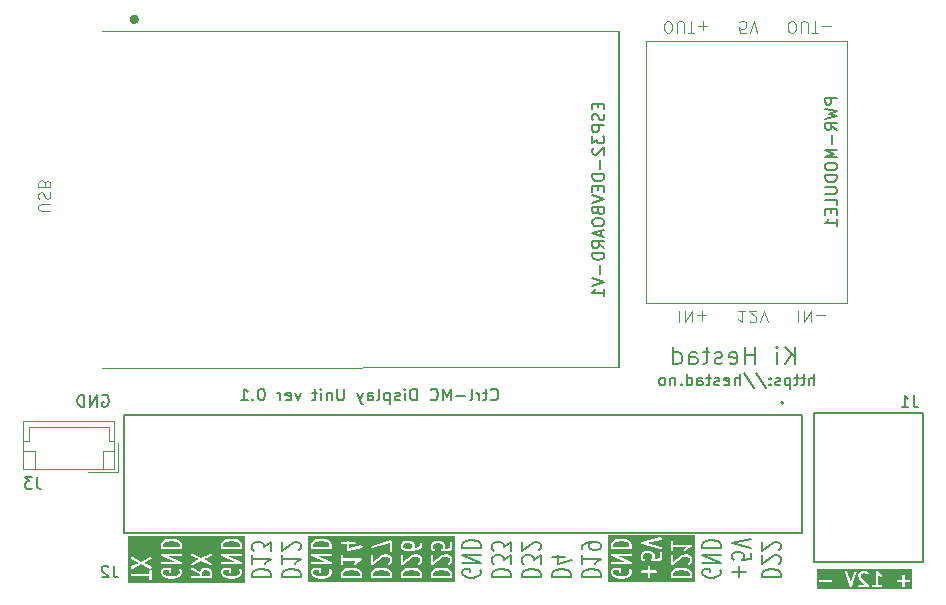
<source format=gbr>
%TF.GenerationSoftware,KiCad,Pcbnew,7.0.6*%
%TF.CreationDate,2023-07-22T15:37:15+02:00*%
%TF.ProjectId,Ctrl-MC Dsiplay Module PCB ver1,4374726c-2d4d-4432-9044-7369706c6179,rev?*%
%TF.SameCoordinates,Original*%
%TF.FileFunction,Legend,Bot*%
%TF.FilePolarity,Positive*%
%FSLAX46Y46*%
G04 Gerber Fmt 4.6, Leading zero omitted, Abs format (unit mm)*
G04 Created by KiCad (PCBNEW 7.0.6) date 2023-07-22 15:37:15*
%MOMM*%
%LPD*%
G01*
G04 APERTURE LIST*
%ADD10C,0.150000*%
%ADD11C,0.200000*%
%ADD12C,0.100000*%
%ADD13C,0.127000*%
%ADD14C,0.400000*%
%ADD15C,0.120000*%
%ADD16C,0.152400*%
G04 APERTURE END LIST*
D10*
X162846009Y-76336779D02*
X162846009Y-76670112D01*
X163369819Y-76812969D02*
X163369819Y-76336779D01*
X163369819Y-76336779D02*
X162369819Y-76336779D01*
X162369819Y-76336779D02*
X162369819Y-76812969D01*
X163322200Y-77193922D02*
X163369819Y-77336779D01*
X163369819Y-77336779D02*
X163369819Y-77574874D01*
X163369819Y-77574874D02*
X163322200Y-77670112D01*
X163322200Y-77670112D02*
X163274580Y-77717731D01*
X163274580Y-77717731D02*
X163179342Y-77765350D01*
X163179342Y-77765350D02*
X163084104Y-77765350D01*
X163084104Y-77765350D02*
X162988866Y-77717731D01*
X162988866Y-77717731D02*
X162941247Y-77670112D01*
X162941247Y-77670112D02*
X162893628Y-77574874D01*
X162893628Y-77574874D02*
X162846009Y-77384398D01*
X162846009Y-77384398D02*
X162798390Y-77289160D01*
X162798390Y-77289160D02*
X162750771Y-77241541D01*
X162750771Y-77241541D02*
X162655533Y-77193922D01*
X162655533Y-77193922D02*
X162560295Y-77193922D01*
X162560295Y-77193922D02*
X162465057Y-77241541D01*
X162465057Y-77241541D02*
X162417438Y-77289160D01*
X162417438Y-77289160D02*
X162369819Y-77384398D01*
X162369819Y-77384398D02*
X162369819Y-77622493D01*
X162369819Y-77622493D02*
X162417438Y-77765350D01*
X163369819Y-78193922D02*
X162369819Y-78193922D01*
X162369819Y-78193922D02*
X162369819Y-78574874D01*
X162369819Y-78574874D02*
X162417438Y-78670112D01*
X162417438Y-78670112D02*
X162465057Y-78717731D01*
X162465057Y-78717731D02*
X162560295Y-78765350D01*
X162560295Y-78765350D02*
X162703152Y-78765350D01*
X162703152Y-78765350D02*
X162798390Y-78717731D01*
X162798390Y-78717731D02*
X162846009Y-78670112D01*
X162846009Y-78670112D02*
X162893628Y-78574874D01*
X162893628Y-78574874D02*
X162893628Y-78193922D01*
X162369819Y-79098684D02*
X162369819Y-79717731D01*
X162369819Y-79717731D02*
X162750771Y-79384398D01*
X162750771Y-79384398D02*
X162750771Y-79527255D01*
X162750771Y-79527255D02*
X162798390Y-79622493D01*
X162798390Y-79622493D02*
X162846009Y-79670112D01*
X162846009Y-79670112D02*
X162941247Y-79717731D01*
X162941247Y-79717731D02*
X163179342Y-79717731D01*
X163179342Y-79717731D02*
X163274580Y-79670112D01*
X163274580Y-79670112D02*
X163322200Y-79622493D01*
X163322200Y-79622493D02*
X163369819Y-79527255D01*
X163369819Y-79527255D02*
X163369819Y-79241541D01*
X163369819Y-79241541D02*
X163322200Y-79146303D01*
X163322200Y-79146303D02*
X163274580Y-79098684D01*
X162465057Y-80098684D02*
X162417438Y-80146303D01*
X162417438Y-80146303D02*
X162369819Y-80241541D01*
X162369819Y-80241541D02*
X162369819Y-80479636D01*
X162369819Y-80479636D02*
X162417438Y-80574874D01*
X162417438Y-80574874D02*
X162465057Y-80622493D01*
X162465057Y-80622493D02*
X162560295Y-80670112D01*
X162560295Y-80670112D02*
X162655533Y-80670112D01*
X162655533Y-80670112D02*
X162798390Y-80622493D01*
X162798390Y-80622493D02*
X163369819Y-80051065D01*
X163369819Y-80051065D02*
X163369819Y-80670112D01*
X162988866Y-81098684D02*
X162988866Y-81860589D01*
X163369819Y-82336779D02*
X162369819Y-82336779D01*
X162369819Y-82336779D02*
X162369819Y-82574874D01*
X162369819Y-82574874D02*
X162417438Y-82717731D01*
X162417438Y-82717731D02*
X162512676Y-82812969D01*
X162512676Y-82812969D02*
X162607914Y-82860588D01*
X162607914Y-82860588D02*
X162798390Y-82908207D01*
X162798390Y-82908207D02*
X162941247Y-82908207D01*
X162941247Y-82908207D02*
X163131723Y-82860588D01*
X163131723Y-82860588D02*
X163226961Y-82812969D01*
X163226961Y-82812969D02*
X163322200Y-82717731D01*
X163322200Y-82717731D02*
X163369819Y-82574874D01*
X163369819Y-82574874D02*
X163369819Y-82336779D01*
X162846009Y-83336779D02*
X162846009Y-83670112D01*
X163369819Y-83812969D02*
X163369819Y-83336779D01*
X163369819Y-83336779D02*
X162369819Y-83336779D01*
X162369819Y-83336779D02*
X162369819Y-83812969D01*
X162369819Y-84098684D02*
X163369819Y-84432017D01*
X163369819Y-84432017D02*
X162369819Y-84765350D01*
X162846009Y-85432017D02*
X162893628Y-85574874D01*
X162893628Y-85574874D02*
X162941247Y-85622493D01*
X162941247Y-85622493D02*
X163036485Y-85670112D01*
X163036485Y-85670112D02*
X163179342Y-85670112D01*
X163179342Y-85670112D02*
X163274580Y-85622493D01*
X163274580Y-85622493D02*
X163322200Y-85574874D01*
X163322200Y-85574874D02*
X163369819Y-85479636D01*
X163369819Y-85479636D02*
X163369819Y-85098684D01*
X163369819Y-85098684D02*
X162369819Y-85098684D01*
X162369819Y-85098684D02*
X162369819Y-85432017D01*
X162369819Y-85432017D02*
X162417438Y-85527255D01*
X162417438Y-85527255D02*
X162465057Y-85574874D01*
X162465057Y-85574874D02*
X162560295Y-85622493D01*
X162560295Y-85622493D02*
X162655533Y-85622493D01*
X162655533Y-85622493D02*
X162750771Y-85574874D01*
X162750771Y-85574874D02*
X162798390Y-85527255D01*
X162798390Y-85527255D02*
X162846009Y-85432017D01*
X162846009Y-85432017D02*
X162846009Y-85098684D01*
X162369819Y-86289160D02*
X162369819Y-86479636D01*
X162369819Y-86479636D02*
X162417438Y-86574874D01*
X162417438Y-86574874D02*
X162512676Y-86670112D01*
X162512676Y-86670112D02*
X162703152Y-86717731D01*
X162703152Y-86717731D02*
X163036485Y-86717731D01*
X163036485Y-86717731D02*
X163226961Y-86670112D01*
X163226961Y-86670112D02*
X163322200Y-86574874D01*
X163322200Y-86574874D02*
X163369819Y-86479636D01*
X163369819Y-86479636D02*
X163369819Y-86289160D01*
X163369819Y-86289160D02*
X163322200Y-86193922D01*
X163322200Y-86193922D02*
X163226961Y-86098684D01*
X163226961Y-86098684D02*
X163036485Y-86051065D01*
X163036485Y-86051065D02*
X162703152Y-86051065D01*
X162703152Y-86051065D02*
X162512676Y-86098684D01*
X162512676Y-86098684D02*
X162417438Y-86193922D01*
X162417438Y-86193922D02*
X162369819Y-86289160D01*
X163084104Y-87098684D02*
X163084104Y-87574874D01*
X163369819Y-87003446D02*
X162369819Y-87336779D01*
X162369819Y-87336779D02*
X163369819Y-87670112D01*
X163369819Y-88574874D02*
X162893628Y-88241541D01*
X163369819Y-88003446D02*
X162369819Y-88003446D01*
X162369819Y-88003446D02*
X162369819Y-88384398D01*
X162369819Y-88384398D02*
X162417438Y-88479636D01*
X162417438Y-88479636D02*
X162465057Y-88527255D01*
X162465057Y-88527255D02*
X162560295Y-88574874D01*
X162560295Y-88574874D02*
X162703152Y-88574874D01*
X162703152Y-88574874D02*
X162798390Y-88527255D01*
X162798390Y-88527255D02*
X162846009Y-88479636D01*
X162846009Y-88479636D02*
X162893628Y-88384398D01*
X162893628Y-88384398D02*
X162893628Y-88003446D01*
X163369819Y-89003446D02*
X162369819Y-89003446D01*
X162369819Y-89003446D02*
X162369819Y-89241541D01*
X162369819Y-89241541D02*
X162417438Y-89384398D01*
X162417438Y-89384398D02*
X162512676Y-89479636D01*
X162512676Y-89479636D02*
X162607914Y-89527255D01*
X162607914Y-89527255D02*
X162798390Y-89574874D01*
X162798390Y-89574874D02*
X162941247Y-89574874D01*
X162941247Y-89574874D02*
X163131723Y-89527255D01*
X163131723Y-89527255D02*
X163226961Y-89479636D01*
X163226961Y-89479636D02*
X163322200Y-89384398D01*
X163322200Y-89384398D02*
X163369819Y-89241541D01*
X163369819Y-89241541D02*
X163369819Y-89003446D01*
X162988866Y-90003446D02*
X162988866Y-90765351D01*
X162369819Y-91098684D02*
X163369819Y-91432017D01*
X163369819Y-91432017D02*
X162369819Y-91765350D01*
X163369819Y-92622493D02*
X163369819Y-92051065D01*
X163369819Y-92336779D02*
X162369819Y-92336779D01*
X162369819Y-92336779D02*
X162512676Y-92241541D01*
X162512676Y-92241541D02*
X162607914Y-92146303D01*
X162607914Y-92146303D02*
X162655533Y-92051065D01*
D11*
X136097561Y-116422707D02*
X137677561Y-116422707D01*
X137677561Y-116422707D02*
X137677561Y-116136993D01*
X137677561Y-116136993D02*
X137602323Y-115965564D01*
X137602323Y-115965564D02*
X137451847Y-115851279D01*
X137451847Y-115851279D02*
X137301371Y-115794136D01*
X137301371Y-115794136D02*
X137000419Y-115736993D01*
X137000419Y-115736993D02*
X136774704Y-115736993D01*
X136774704Y-115736993D02*
X136473752Y-115794136D01*
X136473752Y-115794136D02*
X136323276Y-115851279D01*
X136323276Y-115851279D02*
X136172800Y-115965564D01*
X136172800Y-115965564D02*
X136097561Y-116136993D01*
X136097561Y-116136993D02*
X136097561Y-116422707D01*
X136097561Y-114594136D02*
X136097561Y-115279850D01*
X136097561Y-114936993D02*
X137677561Y-114936993D01*
X137677561Y-114936993D02*
X137451847Y-115051279D01*
X137451847Y-115051279D02*
X137301371Y-115165564D01*
X137301371Y-115165564D02*
X137226133Y-115279850D01*
X137527085Y-114136993D02*
X137602323Y-114079850D01*
X137602323Y-114079850D02*
X137677561Y-113965565D01*
X137677561Y-113965565D02*
X137677561Y-113679850D01*
X137677561Y-113679850D02*
X137602323Y-113565565D01*
X137602323Y-113565565D02*
X137527085Y-113508422D01*
X137527085Y-113508422D02*
X137376609Y-113451279D01*
X137376609Y-113451279D02*
X137226133Y-113451279D01*
X137226133Y-113451279D02*
X137000419Y-113508422D01*
X137000419Y-113508422D02*
X136097561Y-114194136D01*
X136097561Y-114194136D02*
X136097561Y-113451279D01*
X133553761Y-116422707D02*
X135133761Y-116422707D01*
X135133761Y-116422707D02*
X135133761Y-116136993D01*
X135133761Y-116136993D02*
X135058523Y-115965564D01*
X135058523Y-115965564D02*
X134908047Y-115851279D01*
X134908047Y-115851279D02*
X134757571Y-115794136D01*
X134757571Y-115794136D02*
X134456619Y-115736993D01*
X134456619Y-115736993D02*
X134230904Y-115736993D01*
X134230904Y-115736993D02*
X133929952Y-115794136D01*
X133929952Y-115794136D02*
X133779476Y-115851279D01*
X133779476Y-115851279D02*
X133629000Y-115965564D01*
X133629000Y-115965564D02*
X133553761Y-116136993D01*
X133553761Y-116136993D02*
X133553761Y-116422707D01*
X133553761Y-114594136D02*
X133553761Y-115279850D01*
X133553761Y-114936993D02*
X135133761Y-114936993D01*
X135133761Y-114936993D02*
X134908047Y-115051279D01*
X134908047Y-115051279D02*
X134757571Y-115165564D01*
X134757571Y-115165564D02*
X134682333Y-115279850D01*
X135133761Y-114194136D02*
X135133761Y-113451279D01*
X135133761Y-113451279D02*
X134531857Y-113851279D01*
X134531857Y-113851279D02*
X134531857Y-113679850D01*
X134531857Y-113679850D02*
X134456619Y-113565565D01*
X134456619Y-113565565D02*
X134381380Y-113508422D01*
X134381380Y-113508422D02*
X134230904Y-113451279D01*
X134230904Y-113451279D02*
X133854714Y-113451279D01*
X133854714Y-113451279D02*
X133704238Y-113508422D01*
X133704238Y-113508422D02*
X133629000Y-113565565D01*
X133629000Y-113565565D02*
X133553761Y-113679850D01*
X133553761Y-113679850D02*
X133553761Y-114022707D01*
X133553761Y-114022707D02*
X133629000Y-114136993D01*
X133629000Y-114136993D02*
X133704238Y-114194136D01*
G36*
X142354086Y-115890742D02*
G01*
X142482853Y-115939641D01*
X142601180Y-116029509D01*
X142657561Y-116157971D01*
X142657561Y-116322707D01*
X141277561Y-116322707D01*
X141277561Y-116157972D01*
X141333942Y-116029509D01*
X141452267Y-115939642D01*
X141581036Y-115890742D01*
X141864115Y-115836993D01*
X142071008Y-115836993D01*
X142354086Y-115890742D01*
G37*
G36*
X144897886Y-115890742D02*
G01*
X145026653Y-115939641D01*
X145144980Y-116029509D01*
X145201361Y-116157971D01*
X145201361Y-116322707D01*
X143821361Y-116322707D01*
X143821361Y-116157972D01*
X143877742Y-116029509D01*
X143996067Y-115939642D01*
X144124836Y-115890742D01*
X144407915Y-115836993D01*
X144614808Y-115836993D01*
X144897886Y-115890742D01*
G37*
G36*
X147441686Y-115890742D02*
G01*
X147570453Y-115939641D01*
X147688780Y-116029509D01*
X147745161Y-116157971D01*
X147745161Y-116322707D01*
X146365161Y-116322707D01*
X146365161Y-116157972D01*
X146421542Y-116029509D01*
X146539867Y-115939642D01*
X146668636Y-115890742D01*
X146951715Y-115836993D01*
X147158608Y-115836993D01*
X147441686Y-115890742D01*
G37*
G36*
X149985486Y-115890742D02*
G01*
X150114253Y-115939641D01*
X150232580Y-116029509D01*
X150288961Y-116157971D01*
X150288961Y-116322707D01*
X148908961Y-116322707D01*
X148908961Y-116157972D01*
X148965342Y-116029509D01*
X149083667Y-115939642D01*
X149212436Y-115890742D01*
X149495515Y-115836993D01*
X149702408Y-115836993D01*
X149985486Y-115890742D01*
G37*
G36*
X147043788Y-113596785D02*
G01*
X147093905Y-113634848D01*
X147143257Y-113709812D01*
X147143257Y-113878459D01*
X147093905Y-113953423D01*
X147043788Y-113991486D01*
X146923956Y-114036993D01*
X146584462Y-114036993D01*
X146464629Y-113991486D01*
X146414511Y-113953422D01*
X146365161Y-113878460D01*
X146365161Y-113709811D01*
X146414511Y-113634849D01*
X146464629Y-113596785D01*
X146584462Y-113551279D01*
X146923956Y-113551279D01*
X147043788Y-113596785D01*
G37*
G36*
X139810286Y-113433599D02*
G01*
X139939053Y-113482498D01*
X140057380Y-113572366D01*
X140113761Y-113700828D01*
X140113761Y-113865564D01*
X138733761Y-113865564D01*
X138733761Y-113700829D01*
X138790142Y-113572366D01*
X138908467Y-113482499D01*
X139037236Y-113433599D01*
X139320315Y-113379850D01*
X139527208Y-113379850D01*
X139810286Y-113433599D01*
G37*
G36*
X150714675Y-116805564D02*
G01*
X138308047Y-116805564D01*
X138308047Y-116079850D01*
X138533761Y-116079850D01*
X138540141Y-116099489D01*
X138542192Y-116120039D01*
X138617431Y-116291468D01*
X138634163Y-116310250D01*
X138648517Y-116330915D01*
X138798993Y-116445200D01*
X138812680Y-116449970D01*
X138823975Y-116459050D01*
X138974451Y-116516193D01*
X138983422Y-116516631D01*
X138991298Y-116520952D01*
X139292250Y-116578095D01*
X139301774Y-116576883D01*
X139310904Y-116579850D01*
X139536619Y-116579850D01*
X139545748Y-116576883D01*
X139555273Y-116578095D01*
X139856225Y-116520952D01*
X139864101Y-116516630D01*
X139873072Y-116516193D01*
X140023548Y-116459050D01*
X140034843Y-116449970D01*
X140048530Y-116445200D01*
X140078146Y-116422707D01*
X141077561Y-116422707D01*
X141082455Y-116437769D01*
X141082455Y-116453609D01*
X141091764Y-116466422D01*
X141096659Y-116481486D01*
X141109472Y-116490795D01*
X141118782Y-116503609D01*
X141133845Y-116508503D01*
X141146659Y-116517813D01*
X141162498Y-116517813D01*
X141177561Y-116522707D01*
X142757561Y-116522707D01*
X142772624Y-116517813D01*
X142788463Y-116517813D01*
X142801276Y-116508503D01*
X142816340Y-116503609D01*
X142825649Y-116490795D01*
X142838463Y-116481486D01*
X142843357Y-116466422D01*
X142852667Y-116453609D01*
X142852667Y-116437769D01*
X142857561Y-116422707D01*
X143621361Y-116422707D01*
X143626255Y-116437769D01*
X143626255Y-116453609D01*
X143635564Y-116466422D01*
X143640459Y-116481486D01*
X143653272Y-116490795D01*
X143662582Y-116503609D01*
X143677645Y-116508503D01*
X143690459Y-116517813D01*
X143706298Y-116517813D01*
X143721361Y-116522707D01*
X145301361Y-116522707D01*
X145316424Y-116517813D01*
X145332263Y-116517813D01*
X145345076Y-116508503D01*
X145360140Y-116503609D01*
X145369449Y-116490795D01*
X145382263Y-116481486D01*
X145387157Y-116466422D01*
X145396467Y-116453609D01*
X145396467Y-116437769D01*
X145401361Y-116422707D01*
X146165161Y-116422707D01*
X146170055Y-116437769D01*
X146170055Y-116453609D01*
X146179364Y-116466422D01*
X146184259Y-116481486D01*
X146197072Y-116490795D01*
X146206382Y-116503609D01*
X146221445Y-116508503D01*
X146234259Y-116517813D01*
X146250098Y-116517813D01*
X146265161Y-116522707D01*
X147845161Y-116522707D01*
X147860224Y-116517813D01*
X147876063Y-116517813D01*
X147888876Y-116508503D01*
X147903940Y-116503609D01*
X147913249Y-116490795D01*
X147926063Y-116481486D01*
X147930957Y-116466422D01*
X147940267Y-116453609D01*
X147940267Y-116437769D01*
X147945161Y-116422707D01*
X148708961Y-116422707D01*
X148713855Y-116437769D01*
X148713855Y-116453609D01*
X148723164Y-116466422D01*
X148728059Y-116481486D01*
X148740872Y-116490795D01*
X148750182Y-116503609D01*
X148765245Y-116508503D01*
X148778059Y-116517813D01*
X148793898Y-116517813D01*
X148808961Y-116522707D01*
X150388961Y-116522707D01*
X150404024Y-116517813D01*
X150419863Y-116517813D01*
X150432676Y-116508503D01*
X150447740Y-116503609D01*
X150457049Y-116490795D01*
X150469863Y-116481486D01*
X150474757Y-116466422D01*
X150484067Y-116453609D01*
X150484067Y-116437769D01*
X150488961Y-116422707D01*
X150488961Y-116136993D01*
X150482579Y-116117353D01*
X150480530Y-116096805D01*
X150405292Y-115925376D01*
X150388557Y-115906590D01*
X150374205Y-115885928D01*
X150223730Y-115771643D01*
X150210043Y-115766872D01*
X150198748Y-115757793D01*
X150048272Y-115700650D01*
X150039301Y-115700212D01*
X150031425Y-115695891D01*
X149730473Y-115638748D01*
X149720948Y-115639959D01*
X149711819Y-115636993D01*
X149486104Y-115636993D01*
X149476974Y-115639959D01*
X149467450Y-115638748D01*
X149166498Y-115695891D01*
X149158622Y-115700211D01*
X149149651Y-115700650D01*
X148999175Y-115757793D01*
X148987880Y-115766872D01*
X148974193Y-115771643D01*
X148823717Y-115885928D01*
X148809363Y-115906592D01*
X148792631Y-115925375D01*
X148717392Y-116096804D01*
X148715341Y-116117353D01*
X148708961Y-116136993D01*
X148708961Y-116422707D01*
X147945161Y-116422707D01*
X147945161Y-116136993D01*
X147938779Y-116117353D01*
X147936730Y-116096805D01*
X147861492Y-115925376D01*
X147844757Y-115906590D01*
X147830405Y-115885928D01*
X147679930Y-115771643D01*
X147666243Y-115766872D01*
X147654948Y-115757793D01*
X147504472Y-115700650D01*
X147495501Y-115700212D01*
X147487625Y-115695891D01*
X147186673Y-115638748D01*
X147177148Y-115639959D01*
X147168019Y-115636993D01*
X146942304Y-115636993D01*
X146933174Y-115639959D01*
X146923650Y-115638748D01*
X146622698Y-115695891D01*
X146614822Y-115700211D01*
X146605851Y-115700650D01*
X146455375Y-115757793D01*
X146444080Y-115766872D01*
X146430393Y-115771643D01*
X146279917Y-115885928D01*
X146265563Y-115906592D01*
X146248831Y-115925375D01*
X146173592Y-116096804D01*
X146171541Y-116117353D01*
X146165161Y-116136993D01*
X146165161Y-116422707D01*
X145401361Y-116422707D01*
X145401361Y-116136993D01*
X145394979Y-116117353D01*
X145392930Y-116096805D01*
X145317692Y-115925376D01*
X145300957Y-115906590D01*
X145286605Y-115885928D01*
X145136130Y-115771643D01*
X145122443Y-115766872D01*
X145111148Y-115757793D01*
X144960672Y-115700650D01*
X144951701Y-115700212D01*
X144943825Y-115695891D01*
X144642873Y-115638748D01*
X144633348Y-115639959D01*
X144624219Y-115636993D01*
X144398504Y-115636993D01*
X144389374Y-115639959D01*
X144379850Y-115638748D01*
X144078898Y-115695891D01*
X144071022Y-115700211D01*
X144062051Y-115700650D01*
X143911575Y-115757793D01*
X143900280Y-115766872D01*
X143886593Y-115771643D01*
X143736117Y-115885928D01*
X143721763Y-115906592D01*
X143705031Y-115925375D01*
X143629792Y-116096804D01*
X143627741Y-116117353D01*
X143621361Y-116136993D01*
X143621361Y-116422707D01*
X142857561Y-116422707D01*
X142857561Y-116136993D01*
X142851179Y-116117353D01*
X142849130Y-116096805D01*
X142773892Y-115925376D01*
X142757157Y-115906590D01*
X142742805Y-115885928D01*
X142592330Y-115771643D01*
X142578643Y-115766872D01*
X142567348Y-115757793D01*
X142416872Y-115700650D01*
X142407901Y-115700212D01*
X142400025Y-115695891D01*
X142099073Y-115638748D01*
X142089548Y-115639959D01*
X142080419Y-115636993D01*
X141854704Y-115636993D01*
X141845574Y-115639959D01*
X141836050Y-115638748D01*
X141535098Y-115695891D01*
X141527222Y-115700211D01*
X141518251Y-115700650D01*
X141367775Y-115757793D01*
X141356480Y-115766872D01*
X141342793Y-115771643D01*
X141192317Y-115885928D01*
X141177963Y-115906592D01*
X141161231Y-115925375D01*
X141085992Y-116096804D01*
X141083941Y-116117353D01*
X141077561Y-116136993D01*
X141077561Y-116422707D01*
X140078146Y-116422707D01*
X140199005Y-116330915D01*
X140213357Y-116310252D01*
X140230092Y-116291467D01*
X140305330Y-116120038D01*
X140307379Y-116099489D01*
X140313761Y-116079850D01*
X140313761Y-115908422D01*
X140304888Y-115881115D01*
X140297286Y-115853435D01*
X140222048Y-115739149D01*
X140173776Y-115700555D01*
X140112038Y-115697707D01*
X140060416Y-115731691D01*
X140038629Y-115789526D01*
X140054998Y-115849123D01*
X140113761Y-115938383D01*
X140113761Y-116058871D01*
X140057380Y-116187333D01*
X139939053Y-116277201D01*
X139810286Y-116326100D01*
X139527208Y-116379850D01*
X139320315Y-116379850D01*
X139037236Y-116326100D01*
X138908467Y-116277200D01*
X138790142Y-116187333D01*
X138733761Y-116058870D01*
X138733761Y-115986543D01*
X138790142Y-115858080D01*
X138817908Y-115836993D01*
X139210904Y-115836993D01*
X139210904Y-115965564D01*
X139230002Y-116024343D01*
X139280002Y-116060670D01*
X139341806Y-116060670D01*
X139391806Y-116024343D01*
X139410904Y-115965564D01*
X139410904Y-115736993D01*
X139406010Y-115721930D01*
X139406010Y-115706091D01*
X139396700Y-115693277D01*
X139391806Y-115678214D01*
X139378992Y-115668904D01*
X139369683Y-115656091D01*
X139354619Y-115651196D01*
X139341806Y-115641887D01*
X139325967Y-115641887D01*
X139310904Y-115636993D01*
X138784238Y-115636993D01*
X138783180Y-115637336D01*
X138782115Y-115637015D01*
X138753877Y-115646857D01*
X138725459Y-115656091D01*
X138724805Y-115656990D01*
X138723755Y-115657357D01*
X138648517Y-115714500D01*
X138634164Y-115735163D01*
X138617431Y-115753947D01*
X138542192Y-115925375D01*
X138540141Y-115945925D01*
X138533761Y-115965564D01*
X138533761Y-116079850D01*
X138308047Y-116079850D01*
X138308047Y-114527477D01*
X138534214Y-114527477D01*
X138538655Y-114547444D01*
X138538655Y-114567895D01*
X138545210Y-114576917D01*
X138547632Y-114587806D01*
X138562959Y-114601347D01*
X138574982Y-114617895D01*
X138585591Y-114621342D01*
X138593949Y-114628726D01*
X139732164Y-115122707D01*
X138633761Y-115122707D01*
X138574982Y-115141805D01*
X138538655Y-115191805D01*
X138538655Y-115253609D01*
X138574982Y-115303609D01*
X138633761Y-115322707D01*
X140213761Y-115322707D01*
X140224368Y-115319260D01*
X140235472Y-115320322D01*
X140253087Y-115309929D01*
X140272540Y-115303609D01*
X140279096Y-115294585D01*
X140288702Y-115288918D01*
X140292637Y-115279850D01*
X141077561Y-115279850D01*
X141096659Y-115338629D01*
X141146659Y-115374956D01*
X141208463Y-115374956D01*
X141258463Y-115338629D01*
X141277561Y-115279850D01*
X141277561Y-115036993D01*
X142385319Y-115036993D01*
X142320888Y-115085928D01*
X142311160Y-115099931D01*
X142297846Y-115110577D01*
X142222608Y-115224863D01*
X142206239Y-115284460D01*
X142228026Y-115342295D01*
X142279648Y-115376279D01*
X142341386Y-115373431D01*
X142386961Y-115336993D01*
X143621361Y-115336993D01*
X143626573Y-115353036D01*
X143626932Y-115369907D01*
X143635885Y-115381695D01*
X143640459Y-115395772D01*
X143654108Y-115405688D01*
X143664313Y-115419125D01*
X143678484Y-115423399D01*
X143690459Y-115432099D01*
X143707330Y-115432099D01*
X143723484Y-115436971D01*
X143737461Y-115432099D01*
X143752263Y-115432099D01*
X143765912Y-115422182D01*
X143781844Y-115416629D01*
X144668491Y-114743225D01*
X144862396Y-114694136D01*
X144982061Y-114694136D01*
X145101891Y-114739641D01*
X145152010Y-114777706D01*
X145201361Y-114852669D01*
X145201361Y-115078459D01*
X145152010Y-115153422D01*
X145090402Y-115200214D01*
X145055144Y-115250975D01*
X145056456Y-115312764D01*
X145093837Y-115361982D01*
X145153008Y-115379828D01*
X145211368Y-115359486D01*
X145240983Y-115336993D01*
X146165161Y-115336993D01*
X146170373Y-115353036D01*
X146170732Y-115369907D01*
X146179685Y-115381695D01*
X146184259Y-115395772D01*
X146197908Y-115405688D01*
X146208113Y-115419125D01*
X146222284Y-115423399D01*
X146234259Y-115432099D01*
X146251130Y-115432099D01*
X146267284Y-115436971D01*
X146281261Y-115432099D01*
X146296063Y-115432099D01*
X146309712Y-115422182D01*
X146325644Y-115416629D01*
X147212291Y-114743225D01*
X147406196Y-114694136D01*
X147525861Y-114694136D01*
X147645691Y-114739641D01*
X147695810Y-114777706D01*
X147745161Y-114852669D01*
X147745161Y-115078459D01*
X147695810Y-115153422D01*
X147634202Y-115200214D01*
X147598944Y-115250975D01*
X147600256Y-115312764D01*
X147637637Y-115361982D01*
X147696808Y-115379828D01*
X147755168Y-115359486D01*
X147784783Y-115336993D01*
X148708961Y-115336993D01*
X148714173Y-115353036D01*
X148714532Y-115369907D01*
X148723485Y-115381695D01*
X148728059Y-115395772D01*
X148741708Y-115405688D01*
X148751913Y-115419125D01*
X148766084Y-115423399D01*
X148778059Y-115432099D01*
X148794930Y-115432099D01*
X148811084Y-115436971D01*
X148825061Y-115432099D01*
X148839863Y-115432099D01*
X148853512Y-115422182D01*
X148869444Y-115416629D01*
X149756091Y-114743225D01*
X149949996Y-114694136D01*
X150069661Y-114694136D01*
X150189491Y-114739641D01*
X150239610Y-114777706D01*
X150288961Y-114852669D01*
X150288961Y-115078459D01*
X150239610Y-115153422D01*
X150178002Y-115200214D01*
X150142744Y-115250975D01*
X150144056Y-115312764D01*
X150181437Y-115361982D01*
X150240608Y-115379828D01*
X150298968Y-115359486D01*
X150374206Y-115302342D01*
X150383931Y-115288340D01*
X150397248Y-115277694D01*
X150472486Y-115163409D01*
X150480089Y-115135726D01*
X150488961Y-115108422D01*
X150488961Y-114822707D01*
X150480089Y-114795402D01*
X150472486Y-114767720D01*
X150397248Y-114653435D01*
X150383931Y-114642788D01*
X150374206Y-114628787D01*
X150298968Y-114571643D01*
X150285281Y-114566872D01*
X150273986Y-114557793D01*
X150123510Y-114500650D01*
X150105325Y-114499762D01*
X150088009Y-114494136D01*
X149937533Y-114494136D01*
X149925556Y-114498027D01*
X149912991Y-114497194D01*
X149687277Y-114554337D01*
X149670290Y-114565036D01*
X149651337Y-114571643D01*
X148908961Y-115135471D01*
X148908961Y-114594136D01*
X148889863Y-114535357D01*
X148839863Y-114499030D01*
X148778059Y-114499030D01*
X148728059Y-114535357D01*
X148708961Y-114594136D01*
X148708961Y-115336993D01*
X147784783Y-115336993D01*
X147830406Y-115302342D01*
X147840131Y-115288340D01*
X147853448Y-115277694D01*
X147928686Y-115163409D01*
X147936289Y-115135726D01*
X147945161Y-115108422D01*
X147945161Y-114822707D01*
X147936289Y-114795402D01*
X147928686Y-114767720D01*
X147853448Y-114653435D01*
X147840131Y-114642788D01*
X147830406Y-114628787D01*
X147755168Y-114571643D01*
X147741481Y-114566872D01*
X147730186Y-114557793D01*
X147579710Y-114500650D01*
X147561525Y-114499762D01*
X147544209Y-114494136D01*
X147393733Y-114494136D01*
X147381756Y-114498027D01*
X147369191Y-114497194D01*
X147143477Y-114554337D01*
X147126490Y-114565036D01*
X147107537Y-114571643D01*
X146365161Y-115135471D01*
X146365161Y-114594136D01*
X146346063Y-114535357D01*
X146296063Y-114499030D01*
X146234259Y-114499030D01*
X146184259Y-114535357D01*
X146165161Y-114594136D01*
X146165161Y-115336993D01*
X145240983Y-115336993D01*
X145286606Y-115302342D01*
X145296331Y-115288340D01*
X145309648Y-115277694D01*
X145384886Y-115163409D01*
X145392489Y-115135726D01*
X145401361Y-115108422D01*
X145401361Y-114822707D01*
X145392489Y-114795402D01*
X145384886Y-114767720D01*
X145309648Y-114653435D01*
X145296331Y-114642788D01*
X145286606Y-114628787D01*
X145211368Y-114571643D01*
X145197681Y-114566872D01*
X145186386Y-114557793D01*
X145035910Y-114500650D01*
X145017725Y-114499762D01*
X145000409Y-114494136D01*
X144849933Y-114494136D01*
X144837956Y-114498027D01*
X144825391Y-114497194D01*
X144599677Y-114554337D01*
X144582690Y-114565036D01*
X144563737Y-114571643D01*
X143821361Y-115135471D01*
X143821361Y-114594136D01*
X143802263Y-114535357D01*
X143752263Y-114499030D01*
X143690459Y-114499030D01*
X143640459Y-114535357D01*
X143621361Y-114594136D01*
X143621361Y-115336993D01*
X142386961Y-115336993D01*
X142389658Y-115334837D01*
X142455483Y-115234848D01*
X142585106Y-115136400D01*
X142802733Y-115026209D01*
X142808543Y-115020428D01*
X142816340Y-115017895D01*
X142830035Y-114999045D01*
X142846546Y-114982618D01*
X142847848Y-114974527D01*
X142852667Y-114967895D01*
X142852667Y-114944596D01*
X142856369Y-114921601D01*
X142852667Y-114914289D01*
X142852667Y-114906091D01*
X142838972Y-114887241D01*
X142828451Y-114866462D01*
X142821158Y-114862722D01*
X142816340Y-114856091D01*
X142794183Y-114848892D01*
X142773455Y-114838264D01*
X142765355Y-114839525D01*
X142757561Y-114836993D01*
X141277561Y-114836993D01*
X141277561Y-114594136D01*
X141258463Y-114535357D01*
X141208463Y-114499030D01*
X141146659Y-114499030D01*
X141096659Y-114535357D01*
X141077561Y-114594136D01*
X141077561Y-115279850D01*
X140292637Y-115279850D01*
X140296843Y-115270157D01*
X140308867Y-115253609D01*
X140308867Y-115242453D01*
X140313307Y-115232223D01*
X140308867Y-115212260D01*
X140308867Y-115191805D01*
X140302310Y-115182780D01*
X140299889Y-115171894D01*
X140284563Y-115158353D01*
X140272540Y-115141805D01*
X140261930Y-115138357D01*
X140253573Y-115130974D01*
X139115358Y-114636993D01*
X140213761Y-114636993D01*
X140272540Y-114617895D01*
X140308867Y-114567895D01*
X140308867Y-114506091D01*
X140272540Y-114456091D01*
X140213761Y-114436993D01*
X138633761Y-114436993D01*
X138623153Y-114440439D01*
X138612050Y-114439378D01*
X138594434Y-114449770D01*
X138574982Y-114456091D01*
X138568425Y-114465114D01*
X138558820Y-114470782D01*
X138550677Y-114489543D01*
X138538655Y-114506091D01*
X138538655Y-114517244D01*
X138534214Y-114527477D01*
X138308047Y-114527477D01*
X138308047Y-113965564D01*
X138533761Y-113965564D01*
X138538655Y-113980626D01*
X138538655Y-113996466D01*
X138547964Y-114009279D01*
X138552859Y-114024343D01*
X138565672Y-114033652D01*
X138574982Y-114046466D01*
X138590045Y-114051360D01*
X138602859Y-114060670D01*
X138618698Y-114060670D01*
X138633761Y-114065564D01*
X140213761Y-114065564D01*
X140228824Y-114060670D01*
X140244663Y-114060670D01*
X140257476Y-114051360D01*
X140272540Y-114046466D01*
X140281849Y-114033652D01*
X140294663Y-114024343D01*
X140299557Y-114009279D01*
X140308867Y-113996466D01*
X140308867Y-113980626D01*
X140313761Y-113965564D01*
X140313761Y-113679850D01*
X140307379Y-113660210D01*
X140305330Y-113639662D01*
X140286372Y-113596467D01*
X141082455Y-113596467D01*
X141118782Y-113646467D01*
X141177561Y-113665565D01*
X141604228Y-113665565D01*
X141604228Y-114136993D01*
X141612804Y-114163389D01*
X141619615Y-114190291D01*
X141622261Y-114192495D01*
X141623326Y-114195772D01*
X141645781Y-114212087D01*
X141667102Y-114229846D01*
X141670538Y-114230073D01*
X141673326Y-114232099D01*
X141701080Y-114232099D01*
X141728770Y-114233935D01*
X142857343Y-113948221D01*
X142909637Y-113915281D01*
X142912359Y-113908474D01*
X143621361Y-113908474D01*
X143640490Y-113967243D01*
X143690509Y-114003544D01*
X143752312Y-114003511D01*
X145201361Y-113531849D01*
X145201361Y-114194136D01*
X145220459Y-114252915D01*
X145270459Y-114289242D01*
X145332263Y-114289242D01*
X145382263Y-114252915D01*
X145401361Y-114194136D01*
X145401361Y-113908422D01*
X146165161Y-113908422D01*
X146174034Y-113935731D01*
X146181637Y-113963410D01*
X146256875Y-114077695D01*
X146270191Y-114088341D01*
X146279917Y-114102343D01*
X146355155Y-114159486D01*
X146368842Y-114164256D01*
X146380137Y-114173336D01*
X146530613Y-114230479D01*
X146548798Y-114231366D01*
X146566114Y-114236993D01*
X147168019Y-114236993D01*
X147177148Y-114234026D01*
X147186673Y-114235238D01*
X147487625Y-114178095D01*
X147500092Y-114171254D01*
X147514143Y-114169066D01*
X147739858Y-114054781D01*
X147746423Y-114048249D01*
X147755168Y-114045201D01*
X147830406Y-113988057D01*
X147840131Y-113974055D01*
X147850751Y-113965565D01*
X148708961Y-113965565D01*
X148717834Y-113992874D01*
X148725437Y-114020553D01*
X148800675Y-114134838D01*
X148813991Y-114145484D01*
X148823717Y-114159486D01*
X148898955Y-114216629D01*
X148957315Y-114236971D01*
X149016486Y-114219125D01*
X149053867Y-114169907D01*
X149055179Y-114108118D01*
X149019921Y-114057358D01*
X148958311Y-114010565D01*
X148908961Y-113935603D01*
X148908961Y-113709811D01*
X148958311Y-113634849D01*
X149008429Y-113596785D01*
X149128262Y-113551279D01*
X149467756Y-113551279D01*
X149587588Y-113596785D01*
X149637705Y-113634848D01*
X149687057Y-113709812D01*
X149687057Y-113935602D01*
X149637705Y-114010566D01*
X149576098Y-114057357D01*
X149574475Y-114059693D01*
X149571843Y-114060775D01*
X149556985Y-114084872D01*
X149540839Y-114108117D01*
X149540899Y-114110961D01*
X149539407Y-114113382D01*
X149541549Y-114141601D01*
X149542151Y-114169906D01*
X149543871Y-114172171D01*
X149544087Y-114175009D01*
X149562417Y-114196590D01*
X149579532Y-114219124D01*
X149582254Y-114219945D01*
X149584097Y-114222114D01*
X149611601Y-114228796D01*
X149638702Y-114236971D01*
X149641388Y-114236034D01*
X149644153Y-114236706D01*
X150396534Y-114179563D01*
X150407743Y-114174956D01*
X150419863Y-114174956D01*
X150435650Y-114163485D01*
X150453698Y-114156068D01*
X150460058Y-114145752D01*
X150469863Y-114138629D01*
X150475892Y-114120071D01*
X150486134Y-114103461D01*
X150485216Y-114091375D01*
X150488961Y-114079850D01*
X150488961Y-113508422D01*
X150469863Y-113449643D01*
X150419863Y-113413316D01*
X150358059Y-113413316D01*
X150308059Y-113449643D01*
X150288961Y-113508422D01*
X150288961Y-113987156D01*
X149871036Y-114018897D01*
X149878185Y-113992869D01*
X149887057Y-113965565D01*
X149887057Y-113679850D01*
X149878185Y-113652545D01*
X149870582Y-113624863D01*
X149795344Y-113510578D01*
X149782029Y-113499932D01*
X149772302Y-113485929D01*
X149697062Y-113428786D01*
X149683376Y-113424015D01*
X149672081Y-113414936D01*
X149521605Y-113357793D01*
X149503420Y-113356905D01*
X149486104Y-113351279D01*
X149109914Y-113351279D01*
X149092598Y-113356905D01*
X149074413Y-113357793D01*
X148923937Y-113414936D01*
X148912642Y-113424015D01*
X148898955Y-113428786D01*
X148823717Y-113485929D01*
X148813991Y-113499930D01*
X148800675Y-113510577D01*
X148725437Y-113624862D01*
X148717834Y-113652540D01*
X148708961Y-113679850D01*
X148708961Y-113965565D01*
X147850751Y-113965565D01*
X147853448Y-113963409D01*
X147928686Y-113849123D01*
X147936288Y-113821442D01*
X147945161Y-113794136D01*
X147945161Y-113565565D01*
X147926063Y-113506786D01*
X147876063Y-113470459D01*
X147814259Y-113470459D01*
X147764259Y-113506786D01*
X147745161Y-113565565D01*
X147745161Y-113764174D01*
X147695810Y-113839137D01*
X147641420Y-113880446D01*
X147436419Y-113984243D01*
X147295443Y-114011011D01*
X147326782Y-113963409D01*
X147334385Y-113935726D01*
X147343257Y-113908422D01*
X147343257Y-113679850D01*
X147334385Y-113652545D01*
X147326782Y-113624863D01*
X147251544Y-113510578D01*
X147238229Y-113499932D01*
X147228502Y-113485929D01*
X147153262Y-113428786D01*
X147139576Y-113424015D01*
X147128281Y-113414936D01*
X146977805Y-113357793D01*
X146959620Y-113356905D01*
X146942304Y-113351279D01*
X146566114Y-113351279D01*
X146548798Y-113356905D01*
X146530613Y-113357793D01*
X146380137Y-113414936D01*
X146368842Y-113424015D01*
X146355155Y-113428786D01*
X146279917Y-113485929D01*
X146270191Y-113499930D01*
X146256875Y-113510577D01*
X146181637Y-113624862D01*
X146174034Y-113652540D01*
X146165161Y-113679850D01*
X146165161Y-113908422D01*
X145401361Y-113908422D01*
X145401361Y-113394136D01*
X145401353Y-113394111D01*
X145401362Y-113394084D01*
X145391366Y-113363376D01*
X145382263Y-113335357D01*
X145382241Y-113335341D01*
X145382233Y-113335315D01*
X145356844Y-113316889D01*
X145332263Y-113299030D01*
X145332236Y-113299030D01*
X145332214Y-113299014D01*
X145301312Y-113299030D01*
X145270459Y-113299030D01*
X145270436Y-113299045D01*
X145270410Y-113299046D01*
X143690410Y-113813333D01*
X143640428Y-113849686D01*
X143621361Y-113908474D01*
X142912359Y-113908474D01*
X142932582Y-113857895D01*
X142917414Y-113797981D01*
X142869927Y-113758426D01*
X142808258Y-113754337D01*
X141804228Y-114008521D01*
X141804228Y-113665565D01*
X142230895Y-113665565D01*
X142289674Y-113646467D01*
X142326001Y-113596467D01*
X142326001Y-113534663D01*
X142289674Y-113484663D01*
X142230895Y-113465565D01*
X141804228Y-113465565D01*
X141804228Y-113394136D01*
X141785130Y-113335357D01*
X141735130Y-113299030D01*
X141673326Y-113299030D01*
X141623326Y-113335357D01*
X141604228Y-113394136D01*
X141604228Y-113465565D01*
X141177561Y-113465565D01*
X141118782Y-113484663D01*
X141082455Y-113534663D01*
X141082455Y-113596467D01*
X140286372Y-113596467D01*
X140230092Y-113468233D01*
X140213357Y-113449447D01*
X140199005Y-113428785D01*
X140048530Y-113314500D01*
X140034843Y-113309729D01*
X140023548Y-113300650D01*
X139873072Y-113243507D01*
X139864101Y-113243069D01*
X139856225Y-113238748D01*
X139555273Y-113181605D01*
X139545748Y-113182816D01*
X139536619Y-113179850D01*
X139310904Y-113179850D01*
X139301774Y-113182816D01*
X139292250Y-113181605D01*
X138991298Y-113238748D01*
X138983422Y-113243068D01*
X138974451Y-113243507D01*
X138823975Y-113300650D01*
X138812680Y-113309729D01*
X138798993Y-113314500D01*
X138648517Y-113428785D01*
X138634163Y-113449449D01*
X138617431Y-113468232D01*
X138542192Y-113639661D01*
X138540141Y-113660210D01*
X138533761Y-113679850D01*
X138533761Y-113965564D01*
X138308047Y-113965564D01*
X138308047Y-112954136D01*
X150714675Y-112954136D01*
X150714675Y-116805564D01*
G37*
X161508961Y-116422707D02*
X163088961Y-116422707D01*
X163088961Y-116422707D02*
X163088961Y-116136993D01*
X163088961Y-116136993D02*
X163013723Y-115965564D01*
X163013723Y-115965564D02*
X162863247Y-115851279D01*
X162863247Y-115851279D02*
X162712771Y-115794136D01*
X162712771Y-115794136D02*
X162411819Y-115736993D01*
X162411819Y-115736993D02*
X162186104Y-115736993D01*
X162186104Y-115736993D02*
X161885152Y-115794136D01*
X161885152Y-115794136D02*
X161734676Y-115851279D01*
X161734676Y-115851279D02*
X161584200Y-115965564D01*
X161584200Y-115965564D02*
X161508961Y-116136993D01*
X161508961Y-116136993D02*
X161508961Y-116422707D01*
X161508961Y-114594136D02*
X161508961Y-115279850D01*
X161508961Y-114936993D02*
X163088961Y-114936993D01*
X163088961Y-114936993D02*
X162863247Y-115051279D01*
X162863247Y-115051279D02*
X162712771Y-115165564D01*
X162712771Y-115165564D02*
X162637533Y-115279850D01*
X161508961Y-114022707D02*
X161508961Y-113794136D01*
X161508961Y-113794136D02*
X161584200Y-113679850D01*
X161584200Y-113679850D02*
X161659438Y-113622707D01*
X161659438Y-113622707D02*
X161885152Y-113508422D01*
X161885152Y-113508422D02*
X162186104Y-113451279D01*
X162186104Y-113451279D02*
X162788009Y-113451279D01*
X162788009Y-113451279D02*
X162938485Y-113508422D01*
X162938485Y-113508422D02*
X163013723Y-113565565D01*
X163013723Y-113565565D02*
X163088961Y-113679850D01*
X163088961Y-113679850D02*
X163088961Y-113908422D01*
X163088961Y-113908422D02*
X163013723Y-114022707D01*
X163013723Y-114022707D02*
X162938485Y-114079850D01*
X162938485Y-114079850D02*
X162788009Y-114136993D01*
X162788009Y-114136993D02*
X162411819Y-114136993D01*
X162411819Y-114136993D02*
X162261342Y-114079850D01*
X162261342Y-114079850D02*
X162186104Y-114022707D01*
X162186104Y-114022707D02*
X162110866Y-113908422D01*
X162110866Y-113908422D02*
X162110866Y-113679850D01*
X162110866Y-113679850D02*
X162186104Y-113565565D01*
X162186104Y-113565565D02*
X162261342Y-113508422D01*
X162261342Y-113508422D02*
X162411819Y-113451279D01*
X158965161Y-116422707D02*
X160545161Y-116422707D01*
X160545161Y-116422707D02*
X160545161Y-116136993D01*
X160545161Y-116136993D02*
X160469923Y-115965564D01*
X160469923Y-115965564D02*
X160319447Y-115851279D01*
X160319447Y-115851279D02*
X160168971Y-115794136D01*
X160168971Y-115794136D02*
X159868019Y-115736993D01*
X159868019Y-115736993D02*
X159642304Y-115736993D01*
X159642304Y-115736993D02*
X159341352Y-115794136D01*
X159341352Y-115794136D02*
X159190876Y-115851279D01*
X159190876Y-115851279D02*
X159040400Y-115965564D01*
X159040400Y-115965564D02*
X158965161Y-116136993D01*
X158965161Y-116136993D02*
X158965161Y-116422707D01*
X160018495Y-114708422D02*
X158965161Y-114708422D01*
X160620400Y-114994136D02*
X159491828Y-115279850D01*
X159491828Y-115279850D02*
X159491828Y-114536993D01*
X156421361Y-116422707D02*
X158001361Y-116422707D01*
X158001361Y-116422707D02*
X158001361Y-116136993D01*
X158001361Y-116136993D02*
X157926123Y-115965564D01*
X157926123Y-115965564D02*
X157775647Y-115851279D01*
X157775647Y-115851279D02*
X157625171Y-115794136D01*
X157625171Y-115794136D02*
X157324219Y-115736993D01*
X157324219Y-115736993D02*
X157098504Y-115736993D01*
X157098504Y-115736993D02*
X156797552Y-115794136D01*
X156797552Y-115794136D02*
X156647076Y-115851279D01*
X156647076Y-115851279D02*
X156496600Y-115965564D01*
X156496600Y-115965564D02*
X156421361Y-116136993D01*
X156421361Y-116136993D02*
X156421361Y-116422707D01*
X158001361Y-115336993D02*
X158001361Y-114594136D01*
X158001361Y-114594136D02*
X157399457Y-114994136D01*
X157399457Y-114994136D02*
X157399457Y-114822707D01*
X157399457Y-114822707D02*
X157324219Y-114708422D01*
X157324219Y-114708422D02*
X157248980Y-114651279D01*
X157248980Y-114651279D02*
X157098504Y-114594136D01*
X157098504Y-114594136D02*
X156722314Y-114594136D01*
X156722314Y-114594136D02*
X156571838Y-114651279D01*
X156571838Y-114651279D02*
X156496600Y-114708422D01*
X156496600Y-114708422D02*
X156421361Y-114822707D01*
X156421361Y-114822707D02*
X156421361Y-115165564D01*
X156421361Y-115165564D02*
X156496600Y-115279850D01*
X156496600Y-115279850D02*
X156571838Y-115336993D01*
X157850885Y-114136993D02*
X157926123Y-114079850D01*
X157926123Y-114079850D02*
X158001361Y-113965565D01*
X158001361Y-113965565D02*
X158001361Y-113679850D01*
X158001361Y-113679850D02*
X157926123Y-113565565D01*
X157926123Y-113565565D02*
X157850885Y-113508422D01*
X157850885Y-113508422D02*
X157700409Y-113451279D01*
X157700409Y-113451279D02*
X157549933Y-113451279D01*
X157549933Y-113451279D02*
X157324219Y-113508422D01*
X157324219Y-113508422D02*
X156421361Y-114194136D01*
X156421361Y-114194136D02*
X156421361Y-113451279D01*
X153877561Y-116422707D02*
X155457561Y-116422707D01*
X155457561Y-116422707D02*
X155457561Y-116136993D01*
X155457561Y-116136993D02*
X155382323Y-115965564D01*
X155382323Y-115965564D02*
X155231847Y-115851279D01*
X155231847Y-115851279D02*
X155081371Y-115794136D01*
X155081371Y-115794136D02*
X154780419Y-115736993D01*
X154780419Y-115736993D02*
X154554704Y-115736993D01*
X154554704Y-115736993D02*
X154253752Y-115794136D01*
X154253752Y-115794136D02*
X154103276Y-115851279D01*
X154103276Y-115851279D02*
X153952800Y-115965564D01*
X153952800Y-115965564D02*
X153877561Y-116136993D01*
X153877561Y-116136993D02*
X153877561Y-116422707D01*
X155457561Y-115336993D02*
X155457561Y-114594136D01*
X155457561Y-114594136D02*
X154855657Y-114994136D01*
X154855657Y-114994136D02*
X154855657Y-114822707D01*
X154855657Y-114822707D02*
X154780419Y-114708422D01*
X154780419Y-114708422D02*
X154705180Y-114651279D01*
X154705180Y-114651279D02*
X154554704Y-114594136D01*
X154554704Y-114594136D02*
X154178514Y-114594136D01*
X154178514Y-114594136D02*
X154028038Y-114651279D01*
X154028038Y-114651279D02*
X153952800Y-114708422D01*
X153952800Y-114708422D02*
X153877561Y-114822707D01*
X153877561Y-114822707D02*
X153877561Y-115165564D01*
X153877561Y-115165564D02*
X153952800Y-115279850D01*
X153952800Y-115279850D02*
X154028038Y-115336993D01*
X155457561Y-114194136D02*
X155457561Y-113451279D01*
X155457561Y-113451279D02*
X154855657Y-113851279D01*
X154855657Y-113851279D02*
X154855657Y-113679850D01*
X154855657Y-113679850D02*
X154780419Y-113565565D01*
X154780419Y-113565565D02*
X154705180Y-113508422D01*
X154705180Y-113508422D02*
X154554704Y-113451279D01*
X154554704Y-113451279D02*
X154178514Y-113451279D01*
X154178514Y-113451279D02*
X154028038Y-113508422D01*
X154028038Y-113508422D02*
X153952800Y-113565565D01*
X153952800Y-113565565D02*
X153877561Y-113679850D01*
X153877561Y-113679850D02*
X153877561Y-114022707D01*
X153877561Y-114022707D02*
X153952800Y-114136993D01*
X153952800Y-114136993D02*
X154028038Y-114194136D01*
X152838523Y-115794136D02*
X152913761Y-115908422D01*
X152913761Y-115908422D02*
X152913761Y-116079850D01*
X152913761Y-116079850D02*
X152838523Y-116251279D01*
X152838523Y-116251279D02*
X152688047Y-116365564D01*
X152688047Y-116365564D02*
X152537571Y-116422707D01*
X152537571Y-116422707D02*
X152236619Y-116479850D01*
X152236619Y-116479850D02*
X152010904Y-116479850D01*
X152010904Y-116479850D02*
X151709952Y-116422707D01*
X151709952Y-116422707D02*
X151559476Y-116365564D01*
X151559476Y-116365564D02*
X151409000Y-116251279D01*
X151409000Y-116251279D02*
X151333761Y-116079850D01*
X151333761Y-116079850D02*
X151333761Y-115965564D01*
X151333761Y-115965564D02*
X151409000Y-115794136D01*
X151409000Y-115794136D02*
X151484238Y-115736993D01*
X151484238Y-115736993D02*
X152010904Y-115736993D01*
X152010904Y-115736993D02*
X152010904Y-115965564D01*
X151333761Y-115222707D02*
X152913761Y-115222707D01*
X152913761Y-115222707D02*
X151333761Y-114536993D01*
X151333761Y-114536993D02*
X152913761Y-114536993D01*
X151333761Y-113965564D02*
X152913761Y-113965564D01*
X152913761Y-113965564D02*
X152913761Y-113679850D01*
X152913761Y-113679850D02*
X152838523Y-113508421D01*
X152838523Y-113508421D02*
X152688047Y-113394136D01*
X152688047Y-113394136D02*
X152537571Y-113336993D01*
X152537571Y-113336993D02*
X152236619Y-113279850D01*
X152236619Y-113279850D02*
X152010904Y-113279850D01*
X152010904Y-113279850D02*
X151709952Y-113336993D01*
X151709952Y-113336993D02*
X151559476Y-113394136D01*
X151559476Y-113394136D02*
X151409000Y-113508421D01*
X151409000Y-113508421D02*
X151333761Y-113679850D01*
X151333761Y-113679850D02*
X151333761Y-113965564D01*
X179503131Y-98407737D02*
X179503131Y-96907737D01*
X178645988Y-98407737D02*
X179288845Y-97550594D01*
X178645988Y-96907737D02*
X179503131Y-97764880D01*
X178003131Y-98407737D02*
X178003131Y-97407737D01*
X178003131Y-96907737D02*
X178074559Y-96979166D01*
X178074559Y-96979166D02*
X178003131Y-97050594D01*
X178003131Y-97050594D02*
X177931702Y-96979166D01*
X177931702Y-96979166D02*
X178003131Y-96907737D01*
X178003131Y-96907737D02*
X178003131Y-97050594D01*
X176145988Y-98407737D02*
X176145988Y-96907737D01*
X176145988Y-97622023D02*
X175288845Y-97622023D01*
X175288845Y-98407737D02*
X175288845Y-96907737D01*
X174003130Y-98336309D02*
X174145987Y-98407737D01*
X174145987Y-98407737D02*
X174431702Y-98407737D01*
X174431702Y-98407737D02*
X174574559Y-98336309D01*
X174574559Y-98336309D02*
X174645987Y-98193451D01*
X174645987Y-98193451D02*
X174645987Y-97622023D01*
X174645987Y-97622023D02*
X174574559Y-97479166D01*
X174574559Y-97479166D02*
X174431702Y-97407737D01*
X174431702Y-97407737D02*
X174145987Y-97407737D01*
X174145987Y-97407737D02*
X174003130Y-97479166D01*
X174003130Y-97479166D02*
X173931702Y-97622023D01*
X173931702Y-97622023D02*
X173931702Y-97764880D01*
X173931702Y-97764880D02*
X174645987Y-97907737D01*
X173360273Y-98336309D02*
X173217416Y-98407737D01*
X173217416Y-98407737D02*
X172931702Y-98407737D01*
X172931702Y-98407737D02*
X172788845Y-98336309D01*
X172788845Y-98336309D02*
X172717416Y-98193451D01*
X172717416Y-98193451D02*
X172717416Y-98122023D01*
X172717416Y-98122023D02*
X172788845Y-97979166D01*
X172788845Y-97979166D02*
X172931702Y-97907737D01*
X172931702Y-97907737D02*
X173145988Y-97907737D01*
X173145988Y-97907737D02*
X173288845Y-97836309D01*
X173288845Y-97836309D02*
X173360273Y-97693451D01*
X173360273Y-97693451D02*
X173360273Y-97622023D01*
X173360273Y-97622023D02*
X173288845Y-97479166D01*
X173288845Y-97479166D02*
X173145988Y-97407737D01*
X173145988Y-97407737D02*
X172931702Y-97407737D01*
X172931702Y-97407737D02*
X172788845Y-97479166D01*
X172288844Y-97407737D02*
X171717416Y-97407737D01*
X172074559Y-96907737D02*
X172074559Y-98193451D01*
X172074559Y-98193451D02*
X172003130Y-98336309D01*
X172003130Y-98336309D02*
X171860273Y-98407737D01*
X171860273Y-98407737D02*
X171717416Y-98407737D01*
X170574559Y-98407737D02*
X170574559Y-97622023D01*
X170574559Y-97622023D02*
X170645987Y-97479166D01*
X170645987Y-97479166D02*
X170788844Y-97407737D01*
X170788844Y-97407737D02*
X171074559Y-97407737D01*
X171074559Y-97407737D02*
X171217416Y-97479166D01*
X170574559Y-98336309D02*
X170717416Y-98407737D01*
X170717416Y-98407737D02*
X171074559Y-98407737D01*
X171074559Y-98407737D02*
X171217416Y-98336309D01*
X171217416Y-98336309D02*
X171288844Y-98193451D01*
X171288844Y-98193451D02*
X171288844Y-98050594D01*
X171288844Y-98050594D02*
X171217416Y-97907737D01*
X171217416Y-97907737D02*
X171074559Y-97836309D01*
X171074559Y-97836309D02*
X170717416Y-97836309D01*
X170717416Y-97836309D02*
X170574559Y-97764880D01*
X169217416Y-98407737D02*
X169217416Y-96907737D01*
X169217416Y-98336309D02*
X169360273Y-98407737D01*
X169360273Y-98407737D02*
X169645987Y-98407737D01*
X169645987Y-98407737D02*
X169788844Y-98336309D01*
X169788844Y-98336309D02*
X169860273Y-98264880D01*
X169860273Y-98264880D02*
X169931701Y-98122023D01*
X169931701Y-98122023D02*
X169931701Y-97693451D01*
X169931701Y-97693451D02*
X169860273Y-97550594D01*
X169860273Y-97550594D02*
X169788844Y-97479166D01*
X169788844Y-97479166D02*
X169645987Y-97407737D01*
X169645987Y-97407737D02*
X169360273Y-97407737D01*
X169360273Y-97407737D02*
X169217416Y-97479166D01*
D10*
X120871536Y-101042977D02*
X120966774Y-100995358D01*
X120966774Y-100995358D02*
X121109631Y-100995358D01*
X121109631Y-100995358D02*
X121252488Y-101042977D01*
X121252488Y-101042977D02*
X121347726Y-101138215D01*
X121347726Y-101138215D02*
X121395345Y-101233453D01*
X121395345Y-101233453D02*
X121442964Y-101423929D01*
X121442964Y-101423929D02*
X121442964Y-101566786D01*
X121442964Y-101566786D02*
X121395345Y-101757262D01*
X121395345Y-101757262D02*
X121347726Y-101852500D01*
X121347726Y-101852500D02*
X121252488Y-101947739D01*
X121252488Y-101947739D02*
X121109631Y-101995358D01*
X121109631Y-101995358D02*
X121014393Y-101995358D01*
X121014393Y-101995358D02*
X120871536Y-101947739D01*
X120871536Y-101947739D02*
X120823917Y-101900119D01*
X120823917Y-101900119D02*
X120823917Y-101566786D01*
X120823917Y-101566786D02*
X121014393Y-101566786D01*
X120395345Y-101995358D02*
X120395345Y-100995358D01*
X120395345Y-100995358D02*
X119823917Y-101995358D01*
X119823917Y-101995358D02*
X119823917Y-100995358D01*
X119347726Y-101995358D02*
X119347726Y-100995358D01*
X119347726Y-100995358D02*
X119109631Y-100995358D01*
X119109631Y-100995358D02*
X118966774Y-101042977D01*
X118966774Y-101042977D02*
X118871536Y-101138215D01*
X118871536Y-101138215D02*
X118823917Y-101233453D01*
X118823917Y-101233453D02*
X118776298Y-101423929D01*
X118776298Y-101423929D02*
X118776298Y-101566786D01*
X118776298Y-101566786D02*
X118823917Y-101757262D01*
X118823917Y-101757262D02*
X118871536Y-101852500D01*
X118871536Y-101852500D02*
X118966774Y-101947739D01*
X118966774Y-101947739D02*
X119109631Y-101995358D01*
X119109631Y-101995358D02*
X119347726Y-101995358D01*
D11*
G36*
X170297886Y-115890742D02*
G01*
X170426653Y-115939641D01*
X170544980Y-116029509D01*
X170601361Y-116157971D01*
X170601361Y-116322707D01*
X169221361Y-116322707D01*
X169221361Y-116157972D01*
X169277742Y-116029509D01*
X169396067Y-115939642D01*
X169524836Y-115890742D01*
X169807915Y-115836993D01*
X170014808Y-115836993D01*
X170297886Y-115890742D01*
G37*
G36*
X165210286Y-113433599D02*
G01*
X165339053Y-113482498D01*
X165457380Y-113572366D01*
X165513761Y-113700828D01*
X165513761Y-113865564D01*
X164133761Y-113865564D01*
X164133761Y-113700829D01*
X164190142Y-113572366D01*
X164308467Y-113482499D01*
X164437236Y-113433599D01*
X164720315Y-113379850D01*
X164927208Y-113379850D01*
X165210286Y-113433599D01*
G37*
G36*
X171027075Y-116805564D02*
G01*
X163708047Y-116805564D01*
X163708047Y-116079850D01*
X163933761Y-116079850D01*
X163940141Y-116099489D01*
X163942192Y-116120039D01*
X164017431Y-116291468D01*
X164034163Y-116310250D01*
X164048517Y-116330915D01*
X164198993Y-116445200D01*
X164212680Y-116449970D01*
X164223975Y-116459050D01*
X164374451Y-116516193D01*
X164383422Y-116516631D01*
X164391298Y-116520952D01*
X164692250Y-116578095D01*
X164701774Y-116576883D01*
X164710904Y-116579850D01*
X164936619Y-116579850D01*
X164945748Y-116576883D01*
X164955273Y-116578095D01*
X165256225Y-116520952D01*
X165264101Y-116516630D01*
X165273072Y-116516193D01*
X165423548Y-116459050D01*
X165434843Y-116449970D01*
X165448530Y-116445200D01*
X165599005Y-116330915D01*
X165613357Y-116310252D01*
X165630092Y-116291467D01*
X165705330Y-116120038D01*
X165707379Y-116099489D01*
X165713761Y-116079850D01*
X165713761Y-115996466D01*
X166482455Y-115996466D01*
X166518782Y-116046466D01*
X166577561Y-116065564D01*
X167079466Y-116065564D01*
X167079466Y-116422707D01*
X167098564Y-116481486D01*
X167148564Y-116517813D01*
X167210368Y-116517813D01*
X167260368Y-116481486D01*
X167279466Y-116422707D01*
X169021361Y-116422707D01*
X169026255Y-116437769D01*
X169026255Y-116453609D01*
X169035564Y-116466422D01*
X169040459Y-116481486D01*
X169053272Y-116490795D01*
X169062582Y-116503609D01*
X169077645Y-116508503D01*
X169090459Y-116517813D01*
X169106298Y-116517813D01*
X169121361Y-116522707D01*
X170701361Y-116522707D01*
X170716424Y-116517813D01*
X170732263Y-116517813D01*
X170745076Y-116508503D01*
X170760140Y-116503609D01*
X170769449Y-116490795D01*
X170782263Y-116481486D01*
X170787157Y-116466422D01*
X170796467Y-116453609D01*
X170796467Y-116437769D01*
X170801361Y-116422707D01*
X170801361Y-116136993D01*
X170794979Y-116117353D01*
X170792930Y-116096805D01*
X170717692Y-115925376D01*
X170700957Y-115906590D01*
X170686605Y-115885928D01*
X170536130Y-115771643D01*
X170522443Y-115766872D01*
X170511148Y-115757793D01*
X170360672Y-115700650D01*
X170351701Y-115700212D01*
X170343825Y-115695891D01*
X170042873Y-115638748D01*
X170033348Y-115639959D01*
X170024219Y-115636993D01*
X169798504Y-115636993D01*
X169789374Y-115639959D01*
X169779850Y-115638748D01*
X169478898Y-115695891D01*
X169471022Y-115700211D01*
X169462051Y-115700650D01*
X169311575Y-115757793D01*
X169300280Y-115766872D01*
X169286593Y-115771643D01*
X169136117Y-115885928D01*
X169121763Y-115906592D01*
X169105031Y-115925375D01*
X169029792Y-116096804D01*
X169027741Y-116117353D01*
X169021361Y-116136993D01*
X169021361Y-116422707D01*
X167279466Y-116422707D01*
X167279466Y-116065564D01*
X167781371Y-116065564D01*
X167840150Y-116046466D01*
X167876477Y-115996466D01*
X167876477Y-115934662D01*
X167840150Y-115884662D01*
X167781371Y-115865564D01*
X167279466Y-115865564D01*
X167279466Y-115508422D01*
X167260368Y-115449643D01*
X167210368Y-115413316D01*
X167148564Y-115413316D01*
X167098564Y-115449643D01*
X167079466Y-115508422D01*
X167079466Y-115865564D01*
X166577561Y-115865564D01*
X166518782Y-115884662D01*
X166482455Y-115934662D01*
X166482455Y-115996466D01*
X165713761Y-115996466D01*
X165713761Y-115908422D01*
X165704888Y-115881115D01*
X165697286Y-115853435D01*
X165622048Y-115739149D01*
X165573776Y-115700555D01*
X165512038Y-115697707D01*
X165460416Y-115731691D01*
X165438629Y-115789526D01*
X165454998Y-115849123D01*
X165513761Y-115938383D01*
X165513761Y-116058871D01*
X165457380Y-116187333D01*
X165339053Y-116277201D01*
X165210286Y-116326100D01*
X164927208Y-116379850D01*
X164720315Y-116379850D01*
X164437236Y-116326100D01*
X164308467Y-116277200D01*
X164190142Y-116187333D01*
X164133761Y-116058870D01*
X164133761Y-115986543D01*
X164190142Y-115858080D01*
X164217908Y-115836993D01*
X164610904Y-115836993D01*
X164610904Y-115965564D01*
X164630002Y-116024343D01*
X164680002Y-116060670D01*
X164741806Y-116060670D01*
X164791806Y-116024343D01*
X164810904Y-115965564D01*
X164810904Y-115736993D01*
X164806010Y-115721930D01*
X164806010Y-115706091D01*
X164796700Y-115693277D01*
X164791806Y-115678214D01*
X164778992Y-115668904D01*
X164769683Y-115656091D01*
X164754619Y-115651196D01*
X164741806Y-115641887D01*
X164725967Y-115641887D01*
X164710904Y-115636993D01*
X164184238Y-115636993D01*
X164183180Y-115637336D01*
X164182115Y-115637015D01*
X164153877Y-115646857D01*
X164125459Y-115656091D01*
X164124805Y-115656990D01*
X164123755Y-115657357D01*
X164048517Y-115714500D01*
X164034164Y-115735163D01*
X164017431Y-115753947D01*
X163942192Y-115925375D01*
X163940141Y-115945925D01*
X163933761Y-115965564D01*
X163933761Y-116079850D01*
X163708047Y-116079850D01*
X163708047Y-115336993D01*
X169021361Y-115336993D01*
X169026573Y-115353036D01*
X169026932Y-115369907D01*
X169035885Y-115381695D01*
X169040459Y-115395772D01*
X169054108Y-115405688D01*
X169064313Y-115419125D01*
X169078484Y-115423399D01*
X169090459Y-115432099D01*
X169107330Y-115432099D01*
X169123484Y-115436971D01*
X169137461Y-115432099D01*
X169152263Y-115432099D01*
X169165912Y-115422182D01*
X169181844Y-115416629D01*
X170068491Y-114743225D01*
X170262396Y-114694136D01*
X170382061Y-114694136D01*
X170501891Y-114739641D01*
X170552010Y-114777706D01*
X170601361Y-114852669D01*
X170601361Y-115078459D01*
X170552010Y-115153422D01*
X170490402Y-115200214D01*
X170455144Y-115250975D01*
X170456456Y-115312764D01*
X170493837Y-115361982D01*
X170553008Y-115379828D01*
X170611368Y-115359486D01*
X170686606Y-115302342D01*
X170696331Y-115288340D01*
X170709648Y-115277694D01*
X170784886Y-115163409D01*
X170792489Y-115135726D01*
X170801361Y-115108422D01*
X170801361Y-114822707D01*
X170792489Y-114795402D01*
X170784886Y-114767720D01*
X170709648Y-114653435D01*
X170696331Y-114642788D01*
X170686606Y-114628787D01*
X170611368Y-114571643D01*
X170597681Y-114566872D01*
X170586386Y-114557793D01*
X170435910Y-114500650D01*
X170417725Y-114499762D01*
X170400409Y-114494136D01*
X170249933Y-114494136D01*
X170237956Y-114498027D01*
X170225391Y-114497194D01*
X169999677Y-114554337D01*
X169982690Y-114565036D01*
X169963737Y-114571643D01*
X169221361Y-115135471D01*
X169221361Y-114594136D01*
X169202263Y-114535357D01*
X169152263Y-114499030D01*
X169090459Y-114499030D01*
X169040459Y-114535357D01*
X169021361Y-114594136D01*
X169021361Y-115336993D01*
X163708047Y-115336993D01*
X163708047Y-114527477D01*
X163934214Y-114527477D01*
X163938655Y-114547444D01*
X163938655Y-114567895D01*
X163945210Y-114576917D01*
X163947632Y-114587806D01*
X163962959Y-114601347D01*
X163974982Y-114617895D01*
X163985591Y-114621342D01*
X163993949Y-114628726D01*
X165132164Y-115122707D01*
X164033761Y-115122707D01*
X163974982Y-115141805D01*
X163938655Y-115191805D01*
X163938655Y-115253609D01*
X163974982Y-115303609D01*
X164033761Y-115322707D01*
X165613761Y-115322707D01*
X165624368Y-115319260D01*
X165635472Y-115320322D01*
X165653087Y-115309929D01*
X165672540Y-115303609D01*
X165679096Y-115294585D01*
X165688702Y-115288918D01*
X165696843Y-115270157D01*
X165708867Y-115253609D01*
X165708867Y-115242453D01*
X165713307Y-115232223D01*
X165708867Y-115212260D01*
X165708867Y-115191805D01*
X165702310Y-115182780D01*
X165699889Y-115171894D01*
X165684563Y-115158353D01*
X165672540Y-115141805D01*
X165661930Y-115138357D01*
X165653573Y-115130974D01*
X164943276Y-114822708D01*
X166477561Y-114822708D01*
X166486434Y-114850017D01*
X166494037Y-114877696D01*
X166569275Y-114991981D01*
X166582591Y-115002627D01*
X166592317Y-115016629D01*
X166667555Y-115073772D01*
X166725915Y-115094114D01*
X166785086Y-115076268D01*
X166822467Y-115027050D01*
X166823779Y-114965261D01*
X166788521Y-114914501D01*
X166726911Y-114867708D01*
X166677561Y-114792746D01*
X166677561Y-114566954D01*
X166726911Y-114491992D01*
X166777029Y-114453928D01*
X166896862Y-114408422D01*
X167236356Y-114408422D01*
X167356188Y-114453928D01*
X167406305Y-114491991D01*
X167455657Y-114566955D01*
X167455657Y-114792745D01*
X167406305Y-114867709D01*
X167344698Y-114914500D01*
X167343075Y-114916836D01*
X167340443Y-114917918D01*
X167325585Y-114942015D01*
X167309439Y-114965260D01*
X167309499Y-114968104D01*
X167308007Y-114970525D01*
X167310149Y-114998744D01*
X167310751Y-115027049D01*
X167312471Y-115029314D01*
X167312687Y-115032152D01*
X167331017Y-115053733D01*
X167348132Y-115076267D01*
X167350854Y-115077088D01*
X167352697Y-115079257D01*
X167380201Y-115085939D01*
X167407302Y-115094114D01*
X167409988Y-115093177D01*
X167412753Y-115093849D01*
X168165134Y-115036706D01*
X168176343Y-115032099D01*
X168188463Y-115032099D01*
X168204250Y-115020628D01*
X168222298Y-115013211D01*
X168228658Y-115002895D01*
X168238463Y-114995772D01*
X168244492Y-114977214D01*
X168254734Y-114960604D01*
X168253816Y-114948518D01*
X168257561Y-114936993D01*
X168257561Y-114365565D01*
X168238463Y-114306786D01*
X168188463Y-114270459D01*
X168126659Y-114270459D01*
X168076659Y-114306786D01*
X168057561Y-114365565D01*
X168057561Y-114844299D01*
X167639636Y-114876040D01*
X167646785Y-114850012D01*
X167655657Y-114822708D01*
X167655657Y-114536993D01*
X167646785Y-114509688D01*
X167639182Y-114482006D01*
X167563944Y-114367721D01*
X167550629Y-114357075D01*
X167540902Y-114343072D01*
X167465662Y-114285929D01*
X167451976Y-114281158D01*
X167440681Y-114272079D01*
X167290205Y-114214936D01*
X167272020Y-114214048D01*
X167254704Y-114208422D01*
X166878514Y-114208422D01*
X166861198Y-114214048D01*
X166843013Y-114214936D01*
X166692537Y-114272079D01*
X166681242Y-114281158D01*
X166667555Y-114285929D01*
X166592317Y-114343072D01*
X166582591Y-114357073D01*
X166569275Y-114367720D01*
X166494037Y-114482005D01*
X166486434Y-114509683D01*
X166477561Y-114536993D01*
X166477561Y-114822708D01*
X164943276Y-114822708D01*
X164515358Y-114636993D01*
X165613761Y-114636993D01*
X165672540Y-114617895D01*
X165708867Y-114567895D01*
X165708867Y-114506091D01*
X165672540Y-114456091D01*
X165613761Y-114436993D01*
X164033761Y-114436993D01*
X164023153Y-114440439D01*
X164012050Y-114439378D01*
X163994434Y-114449770D01*
X163974982Y-114456091D01*
X163968425Y-114465114D01*
X163958820Y-114470782D01*
X163950677Y-114489543D01*
X163938655Y-114506091D01*
X163938655Y-114517244D01*
X163934214Y-114527477D01*
X163708047Y-114527477D01*
X163708047Y-114136993D01*
X169021361Y-114136993D01*
X169040459Y-114195772D01*
X169090459Y-114232099D01*
X169152263Y-114232099D01*
X169202263Y-114195772D01*
X169221361Y-114136993D01*
X169221361Y-113894136D01*
X170329119Y-113894136D01*
X170264688Y-113943071D01*
X170254960Y-113957074D01*
X170241646Y-113967720D01*
X170166408Y-114082006D01*
X170150039Y-114141603D01*
X170171826Y-114199438D01*
X170223448Y-114233422D01*
X170285186Y-114230574D01*
X170333458Y-114191980D01*
X170399283Y-114091991D01*
X170528906Y-113993543D01*
X170746533Y-113883352D01*
X170752343Y-113877571D01*
X170760140Y-113875038D01*
X170773835Y-113856188D01*
X170790346Y-113839761D01*
X170791648Y-113831670D01*
X170796467Y-113825038D01*
X170796467Y-113801739D01*
X170800169Y-113778744D01*
X170796467Y-113771432D01*
X170796467Y-113763234D01*
X170782772Y-113744384D01*
X170772251Y-113723605D01*
X170764958Y-113719865D01*
X170760140Y-113713234D01*
X170737983Y-113706035D01*
X170717255Y-113695407D01*
X170709155Y-113696668D01*
X170701361Y-113694136D01*
X169221361Y-113694136D01*
X169221361Y-113451279D01*
X169202263Y-113392500D01*
X169152263Y-113356173D01*
X169090459Y-113356173D01*
X169040459Y-113392500D01*
X169021361Y-113451279D01*
X169021361Y-114136993D01*
X163708047Y-114136993D01*
X163708047Y-113965564D01*
X163933761Y-113965564D01*
X163938655Y-113980626D01*
X163938655Y-113996466D01*
X163947964Y-114009279D01*
X163952859Y-114024343D01*
X163965672Y-114033652D01*
X163974982Y-114046466D01*
X163990045Y-114051360D01*
X164002859Y-114060670D01*
X164018698Y-114060670D01*
X164033761Y-114065564D01*
X165613761Y-114065564D01*
X165628824Y-114060670D01*
X165644663Y-114060670D01*
X165657476Y-114051360D01*
X165672540Y-114046466D01*
X165681849Y-114033652D01*
X165694663Y-114024343D01*
X165699557Y-114009279D01*
X165708867Y-113996466D01*
X165708867Y-113980626D01*
X165713761Y-113965564D01*
X165713761Y-113679850D01*
X165707379Y-113660210D01*
X165705330Y-113639662D01*
X165675713Y-113572181D01*
X166477780Y-113572181D01*
X166486911Y-113595019D01*
X166492948Y-113618863D01*
X166498191Y-113623230D01*
X166500725Y-113629567D01*
X166521536Y-113642676D01*
X166540435Y-113658418D01*
X166547244Y-113658869D01*
X166553019Y-113662507D01*
X168133019Y-114062507D01*
X168194688Y-114058418D01*
X168242175Y-114018863D01*
X168257343Y-113958949D01*
X168234398Y-113901563D01*
X168182104Y-113868623D01*
X166985024Y-113565565D01*
X168182104Y-113262507D01*
X168234398Y-113229567D01*
X168257343Y-113172181D01*
X168242175Y-113112267D01*
X168194688Y-113072712D01*
X168133019Y-113068623D01*
X166553019Y-113468623D01*
X166547244Y-113472260D01*
X166540435Y-113472712D01*
X166521536Y-113488453D01*
X166500725Y-113501563D01*
X166498191Y-113507899D01*
X166492948Y-113512267D01*
X166486911Y-113536110D01*
X166477780Y-113558949D01*
X166479454Y-113565565D01*
X166477780Y-113572181D01*
X165675713Y-113572181D01*
X165630092Y-113468233D01*
X165613357Y-113449447D01*
X165599005Y-113428785D01*
X165448530Y-113314500D01*
X165434843Y-113309729D01*
X165423548Y-113300650D01*
X165273072Y-113243507D01*
X165264101Y-113243069D01*
X165256225Y-113238748D01*
X164955273Y-113181605D01*
X164945748Y-113182816D01*
X164936619Y-113179850D01*
X164710904Y-113179850D01*
X164701774Y-113182816D01*
X164692250Y-113181605D01*
X164391298Y-113238748D01*
X164383422Y-113243068D01*
X164374451Y-113243507D01*
X164223975Y-113300650D01*
X164212680Y-113309729D01*
X164198993Y-113314500D01*
X164048517Y-113428785D01*
X164034163Y-113449449D01*
X164017431Y-113468232D01*
X163942192Y-113639661D01*
X163940141Y-113660210D01*
X163933761Y-113679850D01*
X163933761Y-113965564D01*
X163708047Y-113965564D01*
X163708047Y-112842909D01*
X171027075Y-112842909D01*
X171027075Y-116805564D01*
G37*
G36*
X189434956Y-117473794D02*
G01*
X181359030Y-117473794D01*
X181359030Y-116776125D01*
X181530459Y-116776125D01*
X181566786Y-116826125D01*
X181625565Y-116845223D01*
X182539850Y-116845223D01*
X182598629Y-116826125D01*
X182634956Y-116776125D01*
X182634956Y-116714321D01*
X182598629Y-116664321D01*
X182539850Y-116645223D01*
X181625565Y-116645223D01*
X181566786Y-116664321D01*
X181530459Y-116714321D01*
X181530459Y-116776125D01*
X181359030Y-116776125D01*
X181359030Y-115972186D01*
X183758798Y-115972186D01*
X183759268Y-116033988D01*
X184159268Y-117233988D01*
X184177190Y-117258266D01*
X184194745Y-117282818D01*
X184195499Y-117283069D01*
X184195973Y-117283711D01*
X184224738Y-117292816D01*
X184253377Y-117302363D01*
X184254137Y-117302122D01*
X184254895Y-117302362D01*
X184283473Y-117292835D01*
X184312299Y-117283711D01*
X184312772Y-117283069D01*
X184313527Y-117282818D01*
X184331081Y-117258266D01*
X184349004Y-117233988D01*
X184645259Y-116345223D01*
X184896993Y-116345223D01*
X184902001Y-116360638D01*
X184902125Y-116376846D01*
X184959268Y-116548274D01*
X184972958Y-116566820D01*
X184983425Y-116587362D01*
X185498428Y-117102365D01*
X184996993Y-117102365D01*
X184938214Y-117121463D01*
X184901887Y-117171463D01*
X184901887Y-117233267D01*
X184938214Y-117283267D01*
X184996993Y-117302365D01*
X185739850Y-117302365D01*
X185762119Y-117295129D01*
X185785249Y-117291466D01*
X185790954Y-117285760D01*
X185798629Y-117283267D01*
X185812394Y-117264320D01*
X185828951Y-117247764D01*
X185830213Y-117239794D01*
X185834956Y-117233267D01*
X186044744Y-117233267D01*
X186081071Y-117283267D01*
X186139850Y-117302365D01*
X186825564Y-117302365D01*
X186884343Y-117283267D01*
X186920670Y-117233267D01*
X186920670Y-117171463D01*
X186884343Y-117121463D01*
X186825564Y-117102365D01*
X186582707Y-117102365D01*
X186582707Y-116776125D01*
X188159030Y-116776125D01*
X188195357Y-116826125D01*
X188254136Y-116845223D01*
X188611278Y-116845223D01*
X188611278Y-117202365D01*
X188630376Y-117261144D01*
X188680376Y-117297471D01*
X188742180Y-117297471D01*
X188792180Y-117261144D01*
X188811278Y-117202365D01*
X188811278Y-116845223D01*
X189168421Y-116845223D01*
X189227200Y-116826125D01*
X189263527Y-116776125D01*
X189263527Y-116714321D01*
X189227200Y-116664321D01*
X189168421Y-116645223D01*
X188811278Y-116645223D01*
X188811278Y-116288080D01*
X188792180Y-116229301D01*
X188742180Y-116192974D01*
X188680376Y-116192974D01*
X188630376Y-116229301D01*
X188611278Y-116288080D01*
X188611278Y-116645223D01*
X188254136Y-116645223D01*
X188195357Y-116664321D01*
X188159030Y-116714321D01*
X188159030Y-116776125D01*
X186582707Y-116776125D01*
X186582707Y-116300929D01*
X186640567Y-116358790D01*
X186655008Y-116366148D01*
X186666557Y-116377523D01*
X186780843Y-116434666D01*
X186841957Y-116443871D01*
X186896810Y-116415395D01*
X186924450Y-116360116D01*
X186914318Y-116299149D01*
X186870286Y-116255780D01*
X186770513Y-116205893D01*
X186674706Y-116110086D01*
X186565912Y-115946895D01*
X186564260Y-115945589D01*
X186563609Y-115943586D01*
X186540151Y-115926543D01*
X186517417Y-115908582D01*
X186515313Y-115908497D01*
X186513609Y-115907259D01*
X186484619Y-115907259D01*
X186455664Y-115906091D01*
X186453912Y-115907259D01*
X186451805Y-115907259D01*
X186428350Y-115924299D01*
X186404240Y-115940373D01*
X186403509Y-115942347D01*
X186401805Y-115943586D01*
X186392849Y-115971149D01*
X186382788Y-115998334D01*
X186383357Y-116000362D01*
X186382707Y-116002365D01*
X186382707Y-117102365D01*
X186139850Y-117102365D01*
X186081071Y-117121463D01*
X186044744Y-117171463D01*
X186044744Y-117233267D01*
X185834956Y-117233267D01*
X185834956Y-117209849D01*
X185838619Y-117186722D01*
X185834955Y-117179532D01*
X185834956Y-117171463D01*
X185821191Y-117152517D01*
X185810561Y-117131654D01*
X185141538Y-116462631D01*
X185096993Y-116328995D01*
X185096993Y-116254543D01*
X185136321Y-116175887D01*
X185170513Y-116141694D01*
X185249171Y-116102365D01*
X185487671Y-116102365D01*
X185566327Y-116141693D01*
X185611996Y-116187361D01*
X185667063Y-116215420D01*
X185728106Y-116205752D01*
X185771808Y-116162050D01*
X185781476Y-116101007D01*
X185753417Y-116045940D01*
X185696275Y-115988797D01*
X185681832Y-115981438D01*
X185670286Y-115970066D01*
X185556001Y-115912922D01*
X185533202Y-115909488D01*
X185511279Y-115902365D01*
X185225564Y-115902365D01*
X185203640Y-115909488D01*
X185180843Y-115912922D01*
X185066557Y-115970065D01*
X185055007Y-115981440D01*
X185040568Y-115988798D01*
X184983425Y-116045940D01*
X184976067Y-116060381D01*
X184964693Y-116071929D01*
X184907550Y-116186216D01*
X184904116Y-116209013D01*
X184896993Y-116230937D01*
X184896993Y-116345223D01*
X184645259Y-116345223D01*
X184749004Y-116033988D01*
X184749474Y-115972186D01*
X184713527Y-115921912D01*
X184654895Y-115902368D01*
X184595973Y-115921019D01*
X184559268Y-115970742D01*
X184254136Y-116886138D01*
X183949004Y-115970742D01*
X183912299Y-115921019D01*
X183853377Y-115902367D01*
X183794745Y-115921912D01*
X183758798Y-115972186D01*
X181359030Y-115972186D01*
X181359030Y-115730936D01*
X189434956Y-115730936D01*
X189434956Y-117473794D01*
G37*
D10*
X181172619Y-100199819D02*
X181172619Y-99199819D01*
X180744048Y-100199819D02*
X180744048Y-99676009D01*
X180744048Y-99676009D02*
X180791667Y-99580771D01*
X180791667Y-99580771D02*
X180886905Y-99533152D01*
X180886905Y-99533152D02*
X181029762Y-99533152D01*
X181029762Y-99533152D02*
X181125000Y-99580771D01*
X181125000Y-99580771D02*
X181172619Y-99628390D01*
X180410714Y-99533152D02*
X180029762Y-99533152D01*
X180267857Y-99199819D02*
X180267857Y-100056961D01*
X180267857Y-100056961D02*
X180220238Y-100152200D01*
X180220238Y-100152200D02*
X180125000Y-100199819D01*
X180125000Y-100199819D02*
X180029762Y-100199819D01*
X179839285Y-99533152D02*
X179458333Y-99533152D01*
X179696428Y-99199819D02*
X179696428Y-100056961D01*
X179696428Y-100056961D02*
X179648809Y-100152200D01*
X179648809Y-100152200D02*
X179553571Y-100199819D01*
X179553571Y-100199819D02*
X179458333Y-100199819D01*
X179124999Y-99533152D02*
X179124999Y-100533152D01*
X179124999Y-99580771D02*
X179029761Y-99533152D01*
X179029761Y-99533152D02*
X178839285Y-99533152D01*
X178839285Y-99533152D02*
X178744047Y-99580771D01*
X178744047Y-99580771D02*
X178696428Y-99628390D01*
X178696428Y-99628390D02*
X178648809Y-99723628D01*
X178648809Y-99723628D02*
X178648809Y-100009342D01*
X178648809Y-100009342D02*
X178696428Y-100104580D01*
X178696428Y-100104580D02*
X178744047Y-100152200D01*
X178744047Y-100152200D02*
X178839285Y-100199819D01*
X178839285Y-100199819D02*
X179029761Y-100199819D01*
X179029761Y-100199819D02*
X179124999Y-100152200D01*
X178267856Y-100152200D02*
X178172618Y-100199819D01*
X178172618Y-100199819D02*
X177982142Y-100199819D01*
X177982142Y-100199819D02*
X177886904Y-100152200D01*
X177886904Y-100152200D02*
X177839285Y-100056961D01*
X177839285Y-100056961D02*
X177839285Y-100009342D01*
X177839285Y-100009342D02*
X177886904Y-99914104D01*
X177886904Y-99914104D02*
X177982142Y-99866485D01*
X177982142Y-99866485D02*
X178124999Y-99866485D01*
X178124999Y-99866485D02*
X178220237Y-99818866D01*
X178220237Y-99818866D02*
X178267856Y-99723628D01*
X178267856Y-99723628D02*
X178267856Y-99676009D01*
X178267856Y-99676009D02*
X178220237Y-99580771D01*
X178220237Y-99580771D02*
X178124999Y-99533152D01*
X178124999Y-99533152D02*
X177982142Y-99533152D01*
X177982142Y-99533152D02*
X177886904Y-99580771D01*
X177410713Y-100104580D02*
X177363094Y-100152200D01*
X177363094Y-100152200D02*
X177410713Y-100199819D01*
X177410713Y-100199819D02*
X177458332Y-100152200D01*
X177458332Y-100152200D02*
X177410713Y-100104580D01*
X177410713Y-100104580D02*
X177410713Y-100199819D01*
X177410713Y-99580771D02*
X177363094Y-99628390D01*
X177363094Y-99628390D02*
X177410713Y-99676009D01*
X177410713Y-99676009D02*
X177458332Y-99628390D01*
X177458332Y-99628390D02*
X177410713Y-99580771D01*
X177410713Y-99580771D02*
X177410713Y-99676009D01*
X176220238Y-99152200D02*
X177077380Y-100437914D01*
X175172619Y-99152200D02*
X176029761Y-100437914D01*
X174839285Y-100199819D02*
X174839285Y-99199819D01*
X174410714Y-100199819D02*
X174410714Y-99676009D01*
X174410714Y-99676009D02*
X174458333Y-99580771D01*
X174458333Y-99580771D02*
X174553571Y-99533152D01*
X174553571Y-99533152D02*
X174696428Y-99533152D01*
X174696428Y-99533152D02*
X174791666Y-99580771D01*
X174791666Y-99580771D02*
X174839285Y-99628390D01*
X173553571Y-100152200D02*
X173648809Y-100199819D01*
X173648809Y-100199819D02*
X173839285Y-100199819D01*
X173839285Y-100199819D02*
X173934523Y-100152200D01*
X173934523Y-100152200D02*
X173982142Y-100056961D01*
X173982142Y-100056961D02*
X173982142Y-99676009D01*
X173982142Y-99676009D02*
X173934523Y-99580771D01*
X173934523Y-99580771D02*
X173839285Y-99533152D01*
X173839285Y-99533152D02*
X173648809Y-99533152D01*
X173648809Y-99533152D02*
X173553571Y-99580771D01*
X173553571Y-99580771D02*
X173505952Y-99676009D01*
X173505952Y-99676009D02*
X173505952Y-99771247D01*
X173505952Y-99771247D02*
X173982142Y-99866485D01*
X173124999Y-100152200D02*
X173029761Y-100199819D01*
X173029761Y-100199819D02*
X172839285Y-100199819D01*
X172839285Y-100199819D02*
X172744047Y-100152200D01*
X172744047Y-100152200D02*
X172696428Y-100056961D01*
X172696428Y-100056961D02*
X172696428Y-100009342D01*
X172696428Y-100009342D02*
X172744047Y-99914104D01*
X172744047Y-99914104D02*
X172839285Y-99866485D01*
X172839285Y-99866485D02*
X172982142Y-99866485D01*
X172982142Y-99866485D02*
X173077380Y-99818866D01*
X173077380Y-99818866D02*
X173124999Y-99723628D01*
X173124999Y-99723628D02*
X173124999Y-99676009D01*
X173124999Y-99676009D02*
X173077380Y-99580771D01*
X173077380Y-99580771D02*
X172982142Y-99533152D01*
X172982142Y-99533152D02*
X172839285Y-99533152D01*
X172839285Y-99533152D02*
X172744047Y-99580771D01*
X172410713Y-99533152D02*
X172029761Y-99533152D01*
X172267856Y-99199819D02*
X172267856Y-100056961D01*
X172267856Y-100056961D02*
X172220237Y-100152200D01*
X172220237Y-100152200D02*
X172124999Y-100199819D01*
X172124999Y-100199819D02*
X172029761Y-100199819D01*
X171267856Y-100199819D02*
X171267856Y-99676009D01*
X171267856Y-99676009D02*
X171315475Y-99580771D01*
X171315475Y-99580771D02*
X171410713Y-99533152D01*
X171410713Y-99533152D02*
X171601189Y-99533152D01*
X171601189Y-99533152D02*
X171696427Y-99580771D01*
X171267856Y-100152200D02*
X171363094Y-100199819D01*
X171363094Y-100199819D02*
X171601189Y-100199819D01*
X171601189Y-100199819D02*
X171696427Y-100152200D01*
X171696427Y-100152200D02*
X171744046Y-100056961D01*
X171744046Y-100056961D02*
X171744046Y-99961723D01*
X171744046Y-99961723D02*
X171696427Y-99866485D01*
X171696427Y-99866485D02*
X171601189Y-99818866D01*
X171601189Y-99818866D02*
X171363094Y-99818866D01*
X171363094Y-99818866D02*
X171267856Y-99771247D01*
X170363094Y-100199819D02*
X170363094Y-99199819D01*
X170363094Y-100152200D02*
X170458332Y-100199819D01*
X170458332Y-100199819D02*
X170648808Y-100199819D01*
X170648808Y-100199819D02*
X170744046Y-100152200D01*
X170744046Y-100152200D02*
X170791665Y-100104580D01*
X170791665Y-100104580D02*
X170839284Y-100009342D01*
X170839284Y-100009342D02*
X170839284Y-99723628D01*
X170839284Y-99723628D02*
X170791665Y-99628390D01*
X170791665Y-99628390D02*
X170744046Y-99580771D01*
X170744046Y-99580771D02*
X170648808Y-99533152D01*
X170648808Y-99533152D02*
X170458332Y-99533152D01*
X170458332Y-99533152D02*
X170363094Y-99580771D01*
X169886903Y-100104580D02*
X169839284Y-100152200D01*
X169839284Y-100152200D02*
X169886903Y-100199819D01*
X169886903Y-100199819D02*
X169934522Y-100152200D01*
X169934522Y-100152200D02*
X169886903Y-100104580D01*
X169886903Y-100104580D02*
X169886903Y-100199819D01*
X169410713Y-99533152D02*
X169410713Y-100199819D01*
X169410713Y-99628390D02*
X169363094Y-99580771D01*
X169363094Y-99580771D02*
X169267856Y-99533152D01*
X169267856Y-99533152D02*
X169124999Y-99533152D01*
X169124999Y-99533152D02*
X169029761Y-99580771D01*
X169029761Y-99580771D02*
X168982142Y-99676009D01*
X168982142Y-99676009D02*
X168982142Y-100199819D01*
X168363094Y-100199819D02*
X168458332Y-100152200D01*
X168458332Y-100152200D02*
X168505951Y-100104580D01*
X168505951Y-100104580D02*
X168553570Y-100009342D01*
X168553570Y-100009342D02*
X168553570Y-99723628D01*
X168553570Y-99723628D02*
X168505951Y-99628390D01*
X168505951Y-99628390D02*
X168458332Y-99580771D01*
X168458332Y-99580771D02*
X168363094Y-99533152D01*
X168363094Y-99533152D02*
X168220237Y-99533152D01*
X168220237Y-99533152D02*
X168124999Y-99580771D01*
X168124999Y-99580771D02*
X168077380Y-99628390D01*
X168077380Y-99628390D02*
X168029761Y-99723628D01*
X168029761Y-99723628D02*
X168029761Y-100009342D01*
X168029761Y-100009342D02*
X168077380Y-100104580D01*
X168077380Y-100104580D02*
X168124999Y-100152200D01*
X168124999Y-100152200D02*
X168220237Y-100199819D01*
X168220237Y-100199819D02*
X168363094Y-100199819D01*
D11*
X176741361Y-116422707D02*
X178321361Y-116422707D01*
X178321361Y-116422707D02*
X178321361Y-116136993D01*
X178321361Y-116136993D02*
X178246123Y-115965564D01*
X178246123Y-115965564D02*
X178095647Y-115851279D01*
X178095647Y-115851279D02*
X177945171Y-115794136D01*
X177945171Y-115794136D02*
X177644219Y-115736993D01*
X177644219Y-115736993D02*
X177418504Y-115736993D01*
X177418504Y-115736993D02*
X177117552Y-115794136D01*
X177117552Y-115794136D02*
X176967076Y-115851279D01*
X176967076Y-115851279D02*
X176816600Y-115965564D01*
X176816600Y-115965564D02*
X176741361Y-116136993D01*
X176741361Y-116136993D02*
X176741361Y-116422707D01*
X178170885Y-115279850D02*
X178246123Y-115222707D01*
X178246123Y-115222707D02*
X178321361Y-115108422D01*
X178321361Y-115108422D02*
X178321361Y-114822707D01*
X178321361Y-114822707D02*
X178246123Y-114708422D01*
X178246123Y-114708422D02*
X178170885Y-114651279D01*
X178170885Y-114651279D02*
X178020409Y-114594136D01*
X178020409Y-114594136D02*
X177869933Y-114594136D01*
X177869933Y-114594136D02*
X177644219Y-114651279D01*
X177644219Y-114651279D02*
X176741361Y-115336993D01*
X176741361Y-115336993D02*
X176741361Y-114594136D01*
X178170885Y-114136993D02*
X178246123Y-114079850D01*
X178246123Y-114079850D02*
X178321361Y-113965565D01*
X178321361Y-113965565D02*
X178321361Y-113679850D01*
X178321361Y-113679850D02*
X178246123Y-113565565D01*
X178246123Y-113565565D02*
X178170885Y-113508422D01*
X178170885Y-113508422D02*
X178020409Y-113451279D01*
X178020409Y-113451279D02*
X177869933Y-113451279D01*
X177869933Y-113451279D02*
X177644219Y-113508422D01*
X177644219Y-113508422D02*
X176741361Y-114194136D01*
X176741361Y-114194136D02*
X176741361Y-113451279D01*
X174799466Y-116422707D02*
X174799466Y-115508422D01*
X174197561Y-115965564D02*
X175401371Y-115965564D01*
X175777561Y-114365565D02*
X175777561Y-114936993D01*
X175777561Y-114936993D02*
X175025180Y-114994136D01*
X175025180Y-114994136D02*
X175100419Y-114936993D01*
X175100419Y-114936993D02*
X175175657Y-114822708D01*
X175175657Y-114822708D02*
X175175657Y-114536993D01*
X175175657Y-114536993D02*
X175100419Y-114422708D01*
X175100419Y-114422708D02*
X175025180Y-114365565D01*
X175025180Y-114365565D02*
X174874704Y-114308422D01*
X174874704Y-114308422D02*
X174498514Y-114308422D01*
X174498514Y-114308422D02*
X174348038Y-114365565D01*
X174348038Y-114365565D02*
X174272800Y-114422708D01*
X174272800Y-114422708D02*
X174197561Y-114536993D01*
X174197561Y-114536993D02*
X174197561Y-114822708D01*
X174197561Y-114822708D02*
X174272800Y-114936993D01*
X174272800Y-114936993D02*
X174348038Y-114994136D01*
X175777561Y-113965565D02*
X174197561Y-113565565D01*
X174197561Y-113565565D02*
X175777561Y-113165565D01*
X173158523Y-115794136D02*
X173233761Y-115908422D01*
X173233761Y-115908422D02*
X173233761Y-116079850D01*
X173233761Y-116079850D02*
X173158523Y-116251279D01*
X173158523Y-116251279D02*
X173008047Y-116365564D01*
X173008047Y-116365564D02*
X172857571Y-116422707D01*
X172857571Y-116422707D02*
X172556619Y-116479850D01*
X172556619Y-116479850D02*
X172330904Y-116479850D01*
X172330904Y-116479850D02*
X172029952Y-116422707D01*
X172029952Y-116422707D02*
X171879476Y-116365564D01*
X171879476Y-116365564D02*
X171729000Y-116251279D01*
X171729000Y-116251279D02*
X171653761Y-116079850D01*
X171653761Y-116079850D02*
X171653761Y-115965564D01*
X171653761Y-115965564D02*
X171729000Y-115794136D01*
X171729000Y-115794136D02*
X171804238Y-115736993D01*
X171804238Y-115736993D02*
X172330904Y-115736993D01*
X172330904Y-115736993D02*
X172330904Y-115965564D01*
X171653761Y-115222707D02*
X173233761Y-115222707D01*
X173233761Y-115222707D02*
X171653761Y-114536993D01*
X171653761Y-114536993D02*
X173233761Y-114536993D01*
X171653761Y-113965564D02*
X173233761Y-113965564D01*
X173233761Y-113965564D02*
X173233761Y-113679850D01*
X173233761Y-113679850D02*
X173158523Y-113508421D01*
X173158523Y-113508421D02*
X173008047Y-113394136D01*
X173008047Y-113394136D02*
X172857571Y-113336993D01*
X172857571Y-113336993D02*
X172556619Y-113279850D01*
X172556619Y-113279850D02*
X172330904Y-113279850D01*
X172330904Y-113279850D02*
X172029952Y-113336993D01*
X172029952Y-113336993D02*
X171879476Y-113394136D01*
X171879476Y-113394136D02*
X171729000Y-113508421D01*
X171729000Y-113508421D02*
X171653761Y-113679850D01*
X171653761Y-113679850D02*
X171653761Y-113965564D01*
G36*
X129861891Y-115882498D02*
G01*
X129912010Y-115920563D01*
X129961361Y-115995526D01*
X129961361Y-116322707D01*
X129333742Y-116322707D01*
X129333742Y-115995525D01*
X129383093Y-115920562D01*
X129433211Y-115882498D01*
X129553043Y-115836993D01*
X129742061Y-115836993D01*
X129861891Y-115882498D01*
G37*
G36*
X127114086Y-113433599D02*
G01*
X127242853Y-113482498D01*
X127361180Y-113572366D01*
X127417561Y-113700828D01*
X127417561Y-113865564D01*
X126037561Y-113865564D01*
X126037561Y-113700829D01*
X126093942Y-113572366D01*
X126212267Y-113482499D01*
X126341036Y-113433599D01*
X126624115Y-113379850D01*
X126831008Y-113379850D01*
X127114086Y-113433599D01*
G37*
G36*
X132201686Y-113433599D02*
G01*
X132330453Y-113482498D01*
X132448780Y-113572366D01*
X132505161Y-113700828D01*
X132505161Y-113865564D01*
X131125161Y-113865564D01*
X131125160Y-113700829D01*
X131181542Y-113572366D01*
X131299867Y-113482499D01*
X131428636Y-113433599D01*
X131711715Y-113379850D01*
X131918608Y-113379850D01*
X132201686Y-113433599D01*
G37*
G36*
X132930875Y-116914956D02*
G01*
X123069238Y-116914956D01*
X123069238Y-116282181D01*
X123298655Y-116282181D01*
X123334982Y-116332181D01*
X123393761Y-116351279D01*
X124873761Y-116351279D01*
X124873761Y-116594136D01*
X124892859Y-116652915D01*
X124942859Y-116689242D01*
X125004663Y-116689242D01*
X125054663Y-116652915D01*
X125073761Y-116594136D01*
X125073761Y-116079850D01*
X125837561Y-116079850D01*
X125843941Y-116099489D01*
X125845992Y-116120039D01*
X125921231Y-116291468D01*
X125937963Y-116310250D01*
X125952317Y-116330915D01*
X126102793Y-116445200D01*
X126116480Y-116449970D01*
X126127775Y-116459050D01*
X126278251Y-116516193D01*
X126287222Y-116516631D01*
X126295098Y-116520952D01*
X126596050Y-116578095D01*
X126605574Y-116576883D01*
X126614704Y-116579850D01*
X126840419Y-116579850D01*
X126849548Y-116576883D01*
X126859073Y-116578095D01*
X127160025Y-116520952D01*
X127167901Y-116516630D01*
X127176872Y-116516193D01*
X127327348Y-116459050D01*
X127338643Y-116449970D01*
X127352330Y-116445200D01*
X127502805Y-116330915D01*
X127517157Y-116310252D01*
X127533892Y-116291467D01*
X127609130Y-116120038D01*
X127611179Y-116099489D01*
X127617561Y-116079850D01*
X127617561Y-115908422D01*
X127608688Y-115881115D01*
X127601086Y-115853435D01*
X127525848Y-115739149D01*
X127501438Y-115719633D01*
X128382879Y-115719633D01*
X128391483Y-115780835D01*
X128434418Y-115825290D01*
X129133742Y-116197081D01*
X129133742Y-116322707D01*
X128481361Y-116322707D01*
X128422582Y-116341805D01*
X128386255Y-116391805D01*
X128386255Y-116453609D01*
X128422582Y-116503609D01*
X128481361Y-116522707D01*
X130061361Y-116522707D01*
X130076424Y-116517813D01*
X130092263Y-116517813D01*
X130105076Y-116508503D01*
X130120140Y-116503609D01*
X130129449Y-116490795D01*
X130142263Y-116481486D01*
X130147157Y-116466422D01*
X130156467Y-116453609D01*
X130156467Y-116437769D01*
X130161361Y-116422707D01*
X130161361Y-116079850D01*
X130925161Y-116079850D01*
X130931541Y-116099489D01*
X130933592Y-116120039D01*
X131008831Y-116291468D01*
X131025563Y-116310250D01*
X131039917Y-116330915D01*
X131190393Y-116445200D01*
X131204080Y-116449970D01*
X131215375Y-116459050D01*
X131365851Y-116516193D01*
X131374822Y-116516631D01*
X131382698Y-116520952D01*
X131683650Y-116578095D01*
X131693174Y-116576883D01*
X131702304Y-116579850D01*
X131928019Y-116579850D01*
X131937148Y-116576883D01*
X131946673Y-116578095D01*
X132247625Y-116520952D01*
X132255501Y-116516630D01*
X132264472Y-116516193D01*
X132414948Y-116459050D01*
X132426243Y-116449970D01*
X132439930Y-116445200D01*
X132590405Y-116330915D01*
X132604757Y-116310252D01*
X132621492Y-116291467D01*
X132696730Y-116120038D01*
X132698779Y-116099489D01*
X132705161Y-116079850D01*
X132705161Y-115908422D01*
X132696288Y-115881115D01*
X132688686Y-115853435D01*
X132613448Y-115739149D01*
X132565176Y-115700555D01*
X132503438Y-115697707D01*
X132451816Y-115731691D01*
X132430029Y-115789526D01*
X132446398Y-115849123D01*
X132505161Y-115938383D01*
X132505161Y-116058871D01*
X132448780Y-116187333D01*
X132330453Y-116277201D01*
X132201686Y-116326100D01*
X131918608Y-116379850D01*
X131711715Y-116379850D01*
X131428636Y-116326100D01*
X131299867Y-116277200D01*
X131181542Y-116187333D01*
X131125161Y-116058870D01*
X131125161Y-115986543D01*
X131181542Y-115858080D01*
X131209308Y-115836993D01*
X131602304Y-115836993D01*
X131602304Y-115965564D01*
X131621402Y-116024343D01*
X131671402Y-116060670D01*
X131733206Y-116060670D01*
X131783206Y-116024343D01*
X131802304Y-115965564D01*
X131802304Y-115736993D01*
X131797410Y-115721930D01*
X131797410Y-115706091D01*
X131788100Y-115693277D01*
X131783206Y-115678214D01*
X131770392Y-115668904D01*
X131761083Y-115656091D01*
X131746019Y-115651196D01*
X131733206Y-115641887D01*
X131717367Y-115641887D01*
X131702304Y-115636993D01*
X131175638Y-115636993D01*
X131174580Y-115637336D01*
X131173515Y-115637015D01*
X131145277Y-115646857D01*
X131116859Y-115656091D01*
X131116205Y-115656990D01*
X131115155Y-115657357D01*
X131039917Y-115714500D01*
X131025564Y-115735163D01*
X131008831Y-115753947D01*
X130933592Y-115925375D01*
X130931541Y-115945925D01*
X130925161Y-115965564D01*
X130925161Y-116079850D01*
X130161361Y-116079850D01*
X130161361Y-115965564D01*
X130152489Y-115938259D01*
X130144886Y-115910577D01*
X130069648Y-115796292D01*
X130056331Y-115785645D01*
X130046606Y-115771644D01*
X129971368Y-115714500D01*
X129957681Y-115709729D01*
X129946386Y-115700650D01*
X129795910Y-115643507D01*
X129777725Y-115642619D01*
X129760409Y-115636993D01*
X129534695Y-115636993D01*
X129517379Y-115642619D01*
X129499194Y-115643507D01*
X129348718Y-115700650D01*
X129337422Y-115709729D01*
X129323737Y-115714500D01*
X129248498Y-115771643D01*
X129238772Y-115785643D01*
X129225455Y-115796291D01*
X129150217Y-115910577D01*
X129142613Y-115938259D01*
X129133742Y-115965564D01*
X129133741Y-115970574D01*
X128528304Y-115648696D01*
X128467438Y-115637966D01*
X128411891Y-115665062D01*
X128382879Y-115719633D01*
X127501438Y-115719633D01*
X127477576Y-115700555D01*
X127415838Y-115697707D01*
X127364216Y-115731691D01*
X127342429Y-115789526D01*
X127358798Y-115849123D01*
X127417561Y-115938383D01*
X127417561Y-116058871D01*
X127361180Y-116187333D01*
X127242853Y-116277201D01*
X127114086Y-116326100D01*
X126831008Y-116379850D01*
X126624115Y-116379850D01*
X126341036Y-116326100D01*
X126212267Y-116277200D01*
X126093942Y-116187333D01*
X126037561Y-116058870D01*
X126037561Y-115986543D01*
X126093942Y-115858080D01*
X126121708Y-115836993D01*
X126514704Y-115836993D01*
X126514704Y-115965564D01*
X126533802Y-116024343D01*
X126583802Y-116060670D01*
X126645606Y-116060670D01*
X126695606Y-116024343D01*
X126714704Y-115965564D01*
X126714704Y-115736993D01*
X126709810Y-115721930D01*
X126709810Y-115706091D01*
X126700500Y-115693277D01*
X126695606Y-115678214D01*
X126682792Y-115668904D01*
X126673483Y-115656091D01*
X126658419Y-115651196D01*
X126645606Y-115641887D01*
X126629767Y-115641887D01*
X126614704Y-115636993D01*
X126088038Y-115636993D01*
X126086980Y-115637336D01*
X126085915Y-115637015D01*
X126057677Y-115646857D01*
X126029259Y-115656091D01*
X126028605Y-115656990D01*
X126027555Y-115657357D01*
X125952317Y-115714500D01*
X125937964Y-115735163D01*
X125921231Y-115753947D01*
X125845992Y-115925375D01*
X125843941Y-115945925D01*
X125837561Y-115965564D01*
X125837561Y-116079850D01*
X125073761Y-116079850D01*
X125073761Y-115908422D01*
X125054663Y-115849643D01*
X125004663Y-115813316D01*
X124942859Y-115813316D01*
X124892859Y-115849643D01*
X124873761Y-115908422D01*
X124873761Y-116151279D01*
X123393761Y-116151279D01*
X123334982Y-116170377D01*
X123298655Y-116220377D01*
X123298655Y-116282181D01*
X123069238Y-116282181D01*
X123069238Y-115638099D01*
X123294952Y-115638099D01*
X123322871Y-115693238D01*
X123377866Y-115721436D01*
X123438934Y-115711923D01*
X124183760Y-115334795D01*
X124928588Y-115711923D01*
X124989655Y-115721436D01*
X125044651Y-115693238D01*
X125072569Y-115638099D01*
X125062746Y-115577081D01*
X125018933Y-115533491D01*
X124661248Y-115352385D01*
X128382552Y-115352385D01*
X128410471Y-115407524D01*
X128465466Y-115435722D01*
X128526534Y-115426209D01*
X129271360Y-115049081D01*
X130016188Y-115426209D01*
X130077255Y-115435722D01*
X130132251Y-115407524D01*
X130160169Y-115352385D01*
X130150346Y-115291367D01*
X130106533Y-115247777D01*
X129492734Y-114936993D01*
X130106533Y-114626209D01*
X130150346Y-114582619D01*
X130159223Y-114527477D01*
X130925614Y-114527477D01*
X130930054Y-114547444D01*
X130930055Y-114567895D01*
X130936610Y-114576917D01*
X130939032Y-114587806D01*
X130954359Y-114601347D01*
X130966382Y-114617895D01*
X130976991Y-114621342D01*
X130985349Y-114628726D01*
X132123564Y-115122707D01*
X131025161Y-115122707D01*
X130966382Y-115141805D01*
X130930055Y-115191805D01*
X130930055Y-115253609D01*
X130966382Y-115303609D01*
X131025161Y-115322707D01*
X132605161Y-115322707D01*
X132615768Y-115319260D01*
X132626872Y-115320322D01*
X132644487Y-115309929D01*
X132663940Y-115303609D01*
X132670496Y-115294585D01*
X132680102Y-115288918D01*
X132688243Y-115270157D01*
X132700267Y-115253609D01*
X132700267Y-115242453D01*
X132704707Y-115232223D01*
X132700266Y-115212260D01*
X132700267Y-115191805D01*
X132693710Y-115182780D01*
X132691289Y-115171894D01*
X132675963Y-115158353D01*
X132663940Y-115141805D01*
X132653330Y-115138357D01*
X132644973Y-115130974D01*
X131506758Y-114636993D01*
X132605161Y-114636993D01*
X132663940Y-114617895D01*
X132700267Y-114567895D01*
X132700267Y-114506091D01*
X132663940Y-114456091D01*
X132605161Y-114436993D01*
X131025161Y-114436993D01*
X131014553Y-114440439D01*
X131003450Y-114439378D01*
X130985834Y-114449770D01*
X130966382Y-114456091D01*
X130959825Y-114465114D01*
X130950220Y-114470782D01*
X130942077Y-114489543D01*
X130930055Y-114506091D01*
X130930055Y-114517244D01*
X130925614Y-114527477D01*
X130159223Y-114527477D01*
X130160169Y-114521601D01*
X130132251Y-114466462D01*
X130077255Y-114438264D01*
X130016188Y-114447777D01*
X129271360Y-114824904D01*
X128526534Y-114447777D01*
X128465466Y-114438264D01*
X128410471Y-114466462D01*
X128382552Y-114521601D01*
X128392375Y-114582618D01*
X128436188Y-114626209D01*
X129049986Y-114936993D01*
X128436188Y-115247777D01*
X128392375Y-115291368D01*
X128382552Y-115352385D01*
X124661248Y-115352385D01*
X124405134Y-115222707D01*
X125018933Y-114911923D01*
X125062746Y-114868333D01*
X125072569Y-114807315D01*
X125044651Y-114752176D01*
X124989655Y-114723978D01*
X124928588Y-114733491D01*
X124183760Y-115110618D01*
X123438934Y-114733491D01*
X123377866Y-114723978D01*
X123322871Y-114752176D01*
X123294952Y-114807315D01*
X123304775Y-114868332D01*
X123348588Y-114911923D01*
X123962386Y-115222707D01*
X123348588Y-115533491D01*
X123304775Y-115577082D01*
X123294952Y-115638099D01*
X123069238Y-115638099D01*
X123069238Y-114527477D01*
X125838014Y-114527477D01*
X125842454Y-114547444D01*
X125842455Y-114567895D01*
X125849010Y-114576917D01*
X125851432Y-114587806D01*
X125866759Y-114601347D01*
X125878782Y-114617895D01*
X125889391Y-114621342D01*
X125897749Y-114628726D01*
X127035964Y-115122707D01*
X125937561Y-115122707D01*
X125878782Y-115141805D01*
X125842455Y-115191805D01*
X125842455Y-115253609D01*
X125878782Y-115303609D01*
X125937561Y-115322707D01*
X127517561Y-115322707D01*
X127528168Y-115319260D01*
X127539272Y-115320322D01*
X127556887Y-115309929D01*
X127576340Y-115303609D01*
X127582896Y-115294585D01*
X127592502Y-115288918D01*
X127600643Y-115270157D01*
X127612667Y-115253609D01*
X127612667Y-115242453D01*
X127617107Y-115232223D01*
X127612666Y-115212260D01*
X127612667Y-115191805D01*
X127606110Y-115182780D01*
X127603689Y-115171894D01*
X127588363Y-115158353D01*
X127576340Y-115141805D01*
X127565730Y-115138357D01*
X127557373Y-115130974D01*
X126419158Y-114636993D01*
X127517561Y-114636993D01*
X127576340Y-114617895D01*
X127612667Y-114567895D01*
X127612667Y-114506091D01*
X127576340Y-114456091D01*
X127517561Y-114436993D01*
X125937561Y-114436993D01*
X125926953Y-114440439D01*
X125915850Y-114439378D01*
X125898234Y-114449770D01*
X125878782Y-114456091D01*
X125872225Y-114465114D01*
X125862620Y-114470782D01*
X125854477Y-114489543D01*
X125842455Y-114506091D01*
X125842455Y-114517244D01*
X125838014Y-114527477D01*
X123069238Y-114527477D01*
X123069238Y-113965564D01*
X125837561Y-113965564D01*
X125842455Y-113980626D01*
X125842455Y-113996466D01*
X125851764Y-114009279D01*
X125856659Y-114024343D01*
X125869472Y-114033652D01*
X125878782Y-114046466D01*
X125893845Y-114051360D01*
X125906659Y-114060670D01*
X125922498Y-114060670D01*
X125937561Y-114065564D01*
X127517561Y-114065564D01*
X127532624Y-114060670D01*
X127548463Y-114060670D01*
X127561276Y-114051360D01*
X127576340Y-114046466D01*
X127585649Y-114033652D01*
X127598463Y-114024343D01*
X127603357Y-114009279D01*
X127612667Y-113996466D01*
X127612667Y-113980626D01*
X127617561Y-113965564D01*
X130925161Y-113965564D01*
X130930055Y-113980626D01*
X130930055Y-113996466D01*
X130939364Y-114009279D01*
X130944259Y-114024343D01*
X130957072Y-114033652D01*
X130966382Y-114046466D01*
X130981445Y-114051360D01*
X130994259Y-114060670D01*
X131010098Y-114060670D01*
X131025161Y-114065564D01*
X132605161Y-114065564D01*
X132620224Y-114060670D01*
X132636063Y-114060670D01*
X132648876Y-114051360D01*
X132663940Y-114046466D01*
X132673249Y-114033652D01*
X132686063Y-114024343D01*
X132690957Y-114009279D01*
X132700267Y-113996466D01*
X132700267Y-113980626D01*
X132705161Y-113965564D01*
X132705161Y-113679850D01*
X132698779Y-113660210D01*
X132696730Y-113639662D01*
X132621492Y-113468233D01*
X132604757Y-113449447D01*
X132590405Y-113428785D01*
X132439930Y-113314500D01*
X132426243Y-113309729D01*
X132414948Y-113300650D01*
X132264472Y-113243507D01*
X132255501Y-113243069D01*
X132247625Y-113238748D01*
X131946673Y-113181605D01*
X131937148Y-113182816D01*
X131928019Y-113179850D01*
X131702304Y-113179850D01*
X131693174Y-113182816D01*
X131683650Y-113181605D01*
X131382698Y-113238748D01*
X131374822Y-113243068D01*
X131365851Y-113243507D01*
X131215375Y-113300650D01*
X131204080Y-113309729D01*
X131190393Y-113314500D01*
X131039917Y-113428785D01*
X131025563Y-113449449D01*
X131008831Y-113468232D01*
X130933592Y-113639661D01*
X130931541Y-113660210D01*
X130925161Y-113679850D01*
X130925161Y-113965564D01*
X127617561Y-113965564D01*
X127617561Y-113679850D01*
X127611179Y-113660210D01*
X127609130Y-113639662D01*
X127533892Y-113468233D01*
X127517157Y-113449447D01*
X127502805Y-113428785D01*
X127352330Y-113314500D01*
X127338643Y-113309729D01*
X127327348Y-113300650D01*
X127176872Y-113243507D01*
X127167901Y-113243069D01*
X127160025Y-113238748D01*
X126859073Y-113181605D01*
X126849548Y-113182816D01*
X126840419Y-113179850D01*
X126614704Y-113179850D01*
X126605574Y-113182816D01*
X126596050Y-113181605D01*
X126295098Y-113238748D01*
X126287222Y-113243068D01*
X126278251Y-113243507D01*
X126127775Y-113300650D01*
X126116480Y-113309729D01*
X126102793Y-113314500D01*
X125952317Y-113428785D01*
X125937963Y-113449449D01*
X125921231Y-113468232D01*
X125845992Y-113639661D01*
X125843941Y-113660210D01*
X125837561Y-113679850D01*
X125837561Y-113965564D01*
X123069238Y-113965564D01*
X123069238Y-112954136D01*
X132930875Y-112954136D01*
X132930875Y-116914956D01*
G37*
D10*
X153771906Y-101374580D02*
X153819525Y-101422200D01*
X153819525Y-101422200D02*
X153962382Y-101469819D01*
X153962382Y-101469819D02*
X154057620Y-101469819D01*
X154057620Y-101469819D02*
X154200477Y-101422200D01*
X154200477Y-101422200D02*
X154295715Y-101326961D01*
X154295715Y-101326961D02*
X154343334Y-101231723D01*
X154343334Y-101231723D02*
X154390953Y-101041247D01*
X154390953Y-101041247D02*
X154390953Y-100898390D01*
X154390953Y-100898390D02*
X154343334Y-100707914D01*
X154343334Y-100707914D02*
X154295715Y-100612676D01*
X154295715Y-100612676D02*
X154200477Y-100517438D01*
X154200477Y-100517438D02*
X154057620Y-100469819D01*
X154057620Y-100469819D02*
X153962382Y-100469819D01*
X153962382Y-100469819D02*
X153819525Y-100517438D01*
X153819525Y-100517438D02*
X153771906Y-100565057D01*
X153486191Y-100803152D02*
X153105239Y-100803152D01*
X153343334Y-100469819D02*
X153343334Y-101326961D01*
X153343334Y-101326961D02*
X153295715Y-101422200D01*
X153295715Y-101422200D02*
X153200477Y-101469819D01*
X153200477Y-101469819D02*
X153105239Y-101469819D01*
X152771905Y-101469819D02*
X152771905Y-100803152D01*
X152771905Y-100993628D02*
X152724286Y-100898390D01*
X152724286Y-100898390D02*
X152676667Y-100850771D01*
X152676667Y-100850771D02*
X152581429Y-100803152D01*
X152581429Y-100803152D02*
X152486191Y-100803152D01*
X152010000Y-101469819D02*
X152105238Y-101422200D01*
X152105238Y-101422200D02*
X152152857Y-101326961D01*
X152152857Y-101326961D02*
X152152857Y-100469819D01*
X151629047Y-101088866D02*
X150867143Y-101088866D01*
X150390952Y-101469819D02*
X150390952Y-100469819D01*
X150390952Y-100469819D02*
X150057619Y-101184104D01*
X150057619Y-101184104D02*
X149724286Y-100469819D01*
X149724286Y-100469819D02*
X149724286Y-101469819D01*
X148676667Y-101374580D02*
X148724286Y-101422200D01*
X148724286Y-101422200D02*
X148867143Y-101469819D01*
X148867143Y-101469819D02*
X148962381Y-101469819D01*
X148962381Y-101469819D02*
X149105238Y-101422200D01*
X149105238Y-101422200D02*
X149200476Y-101326961D01*
X149200476Y-101326961D02*
X149248095Y-101231723D01*
X149248095Y-101231723D02*
X149295714Y-101041247D01*
X149295714Y-101041247D02*
X149295714Y-100898390D01*
X149295714Y-100898390D02*
X149248095Y-100707914D01*
X149248095Y-100707914D02*
X149200476Y-100612676D01*
X149200476Y-100612676D02*
X149105238Y-100517438D01*
X149105238Y-100517438D02*
X148962381Y-100469819D01*
X148962381Y-100469819D02*
X148867143Y-100469819D01*
X148867143Y-100469819D02*
X148724286Y-100517438D01*
X148724286Y-100517438D02*
X148676667Y-100565057D01*
X147486190Y-101469819D02*
X147486190Y-100469819D01*
X147486190Y-100469819D02*
X147248095Y-100469819D01*
X147248095Y-100469819D02*
X147105238Y-100517438D01*
X147105238Y-100517438D02*
X147010000Y-100612676D01*
X147010000Y-100612676D02*
X146962381Y-100707914D01*
X146962381Y-100707914D02*
X146914762Y-100898390D01*
X146914762Y-100898390D02*
X146914762Y-101041247D01*
X146914762Y-101041247D02*
X146962381Y-101231723D01*
X146962381Y-101231723D02*
X147010000Y-101326961D01*
X147010000Y-101326961D02*
X147105238Y-101422200D01*
X147105238Y-101422200D02*
X147248095Y-101469819D01*
X147248095Y-101469819D02*
X147486190Y-101469819D01*
X146486190Y-101469819D02*
X146486190Y-100803152D01*
X146486190Y-100469819D02*
X146533809Y-100517438D01*
X146533809Y-100517438D02*
X146486190Y-100565057D01*
X146486190Y-100565057D02*
X146438571Y-100517438D01*
X146438571Y-100517438D02*
X146486190Y-100469819D01*
X146486190Y-100469819D02*
X146486190Y-100565057D01*
X146057619Y-101422200D02*
X145962381Y-101469819D01*
X145962381Y-101469819D02*
X145771905Y-101469819D01*
X145771905Y-101469819D02*
X145676667Y-101422200D01*
X145676667Y-101422200D02*
X145629048Y-101326961D01*
X145629048Y-101326961D02*
X145629048Y-101279342D01*
X145629048Y-101279342D02*
X145676667Y-101184104D01*
X145676667Y-101184104D02*
X145771905Y-101136485D01*
X145771905Y-101136485D02*
X145914762Y-101136485D01*
X145914762Y-101136485D02*
X146010000Y-101088866D01*
X146010000Y-101088866D02*
X146057619Y-100993628D01*
X146057619Y-100993628D02*
X146057619Y-100946009D01*
X146057619Y-100946009D02*
X146010000Y-100850771D01*
X146010000Y-100850771D02*
X145914762Y-100803152D01*
X145914762Y-100803152D02*
X145771905Y-100803152D01*
X145771905Y-100803152D02*
X145676667Y-100850771D01*
X145200476Y-100803152D02*
X145200476Y-101803152D01*
X145200476Y-100850771D02*
X145105238Y-100803152D01*
X145105238Y-100803152D02*
X144914762Y-100803152D01*
X144914762Y-100803152D02*
X144819524Y-100850771D01*
X144819524Y-100850771D02*
X144771905Y-100898390D01*
X144771905Y-100898390D02*
X144724286Y-100993628D01*
X144724286Y-100993628D02*
X144724286Y-101279342D01*
X144724286Y-101279342D02*
X144771905Y-101374580D01*
X144771905Y-101374580D02*
X144819524Y-101422200D01*
X144819524Y-101422200D02*
X144914762Y-101469819D01*
X144914762Y-101469819D02*
X145105238Y-101469819D01*
X145105238Y-101469819D02*
X145200476Y-101422200D01*
X144152857Y-101469819D02*
X144248095Y-101422200D01*
X144248095Y-101422200D02*
X144295714Y-101326961D01*
X144295714Y-101326961D02*
X144295714Y-100469819D01*
X143343333Y-101469819D02*
X143343333Y-100946009D01*
X143343333Y-100946009D02*
X143390952Y-100850771D01*
X143390952Y-100850771D02*
X143486190Y-100803152D01*
X143486190Y-100803152D02*
X143676666Y-100803152D01*
X143676666Y-100803152D02*
X143771904Y-100850771D01*
X143343333Y-101422200D02*
X143438571Y-101469819D01*
X143438571Y-101469819D02*
X143676666Y-101469819D01*
X143676666Y-101469819D02*
X143771904Y-101422200D01*
X143771904Y-101422200D02*
X143819523Y-101326961D01*
X143819523Y-101326961D02*
X143819523Y-101231723D01*
X143819523Y-101231723D02*
X143771904Y-101136485D01*
X143771904Y-101136485D02*
X143676666Y-101088866D01*
X143676666Y-101088866D02*
X143438571Y-101088866D01*
X143438571Y-101088866D02*
X143343333Y-101041247D01*
X142962380Y-100803152D02*
X142724285Y-101469819D01*
X142486190Y-100803152D02*
X142724285Y-101469819D01*
X142724285Y-101469819D02*
X142819523Y-101707914D01*
X142819523Y-101707914D02*
X142867142Y-101755533D01*
X142867142Y-101755533D02*
X142962380Y-101803152D01*
X141343332Y-100469819D02*
X141343332Y-101279342D01*
X141343332Y-101279342D02*
X141295713Y-101374580D01*
X141295713Y-101374580D02*
X141248094Y-101422200D01*
X141248094Y-101422200D02*
X141152856Y-101469819D01*
X141152856Y-101469819D02*
X140962380Y-101469819D01*
X140962380Y-101469819D02*
X140867142Y-101422200D01*
X140867142Y-101422200D02*
X140819523Y-101374580D01*
X140819523Y-101374580D02*
X140771904Y-101279342D01*
X140771904Y-101279342D02*
X140771904Y-100469819D01*
X140295713Y-100803152D02*
X140295713Y-101469819D01*
X140295713Y-100898390D02*
X140248094Y-100850771D01*
X140248094Y-100850771D02*
X140152856Y-100803152D01*
X140152856Y-100803152D02*
X140009999Y-100803152D01*
X140009999Y-100803152D02*
X139914761Y-100850771D01*
X139914761Y-100850771D02*
X139867142Y-100946009D01*
X139867142Y-100946009D02*
X139867142Y-101469819D01*
X139390951Y-101469819D02*
X139390951Y-100803152D01*
X139390951Y-100469819D02*
X139438570Y-100517438D01*
X139438570Y-100517438D02*
X139390951Y-100565057D01*
X139390951Y-100565057D02*
X139343332Y-100517438D01*
X139343332Y-100517438D02*
X139390951Y-100469819D01*
X139390951Y-100469819D02*
X139390951Y-100565057D01*
X139057618Y-100803152D02*
X138676666Y-100803152D01*
X138914761Y-100469819D02*
X138914761Y-101326961D01*
X138914761Y-101326961D02*
X138867142Y-101422200D01*
X138867142Y-101422200D02*
X138771904Y-101469819D01*
X138771904Y-101469819D02*
X138676666Y-101469819D01*
X137676665Y-100803152D02*
X137438570Y-101469819D01*
X137438570Y-101469819D02*
X137200475Y-100803152D01*
X136438570Y-101422200D02*
X136533808Y-101469819D01*
X136533808Y-101469819D02*
X136724284Y-101469819D01*
X136724284Y-101469819D02*
X136819522Y-101422200D01*
X136819522Y-101422200D02*
X136867141Y-101326961D01*
X136867141Y-101326961D02*
X136867141Y-100946009D01*
X136867141Y-100946009D02*
X136819522Y-100850771D01*
X136819522Y-100850771D02*
X136724284Y-100803152D01*
X136724284Y-100803152D02*
X136533808Y-100803152D01*
X136533808Y-100803152D02*
X136438570Y-100850771D01*
X136438570Y-100850771D02*
X136390951Y-100946009D01*
X136390951Y-100946009D02*
X136390951Y-101041247D01*
X136390951Y-101041247D02*
X136867141Y-101136485D01*
X135962379Y-101469819D02*
X135962379Y-100803152D01*
X135962379Y-100993628D02*
X135914760Y-100898390D01*
X135914760Y-100898390D02*
X135867141Y-100850771D01*
X135867141Y-100850771D02*
X135771903Y-100803152D01*
X135771903Y-100803152D02*
X135676665Y-100803152D01*
X134390950Y-100469819D02*
X134295712Y-100469819D01*
X134295712Y-100469819D02*
X134200474Y-100517438D01*
X134200474Y-100517438D02*
X134152855Y-100565057D01*
X134152855Y-100565057D02*
X134105236Y-100660295D01*
X134105236Y-100660295D02*
X134057617Y-100850771D01*
X134057617Y-100850771D02*
X134057617Y-101088866D01*
X134057617Y-101088866D02*
X134105236Y-101279342D01*
X134105236Y-101279342D02*
X134152855Y-101374580D01*
X134152855Y-101374580D02*
X134200474Y-101422200D01*
X134200474Y-101422200D02*
X134295712Y-101469819D01*
X134295712Y-101469819D02*
X134390950Y-101469819D01*
X134390950Y-101469819D02*
X134486188Y-101422200D01*
X134486188Y-101422200D02*
X134533807Y-101374580D01*
X134533807Y-101374580D02*
X134581426Y-101279342D01*
X134581426Y-101279342D02*
X134629045Y-101088866D01*
X134629045Y-101088866D02*
X134629045Y-100850771D01*
X134629045Y-100850771D02*
X134581426Y-100660295D01*
X134581426Y-100660295D02*
X134533807Y-100565057D01*
X134533807Y-100565057D02*
X134486188Y-100517438D01*
X134486188Y-100517438D02*
X134390950Y-100469819D01*
X133629045Y-101374580D02*
X133581426Y-101422200D01*
X133581426Y-101422200D02*
X133629045Y-101469819D01*
X133629045Y-101469819D02*
X133676664Y-101422200D01*
X133676664Y-101422200D02*
X133629045Y-101374580D01*
X133629045Y-101374580D02*
X133629045Y-101469819D01*
X132629046Y-101469819D02*
X133200474Y-101469819D01*
X132914760Y-101469819D02*
X132914760Y-100469819D01*
X132914760Y-100469819D02*
X133009998Y-100612676D01*
X133009998Y-100612676D02*
X133105236Y-100707914D01*
X133105236Y-100707914D02*
X133200474Y-100755533D01*
D12*
X116472580Y-85421115D02*
X115663057Y-85421115D01*
X115663057Y-85421115D02*
X115567819Y-85373496D01*
X115567819Y-85373496D02*
X115520200Y-85325877D01*
X115520200Y-85325877D02*
X115472580Y-85230639D01*
X115472580Y-85230639D02*
X115472580Y-85040163D01*
X115472580Y-85040163D02*
X115520200Y-84944925D01*
X115520200Y-84944925D02*
X115567819Y-84897306D01*
X115567819Y-84897306D02*
X115663057Y-84849687D01*
X115663057Y-84849687D02*
X116472580Y-84849687D01*
X115520200Y-84421115D02*
X115472580Y-84278258D01*
X115472580Y-84278258D02*
X115472580Y-84040163D01*
X115472580Y-84040163D02*
X115520200Y-83944925D01*
X115520200Y-83944925D02*
X115567819Y-83897306D01*
X115567819Y-83897306D02*
X115663057Y-83849687D01*
X115663057Y-83849687D02*
X115758295Y-83849687D01*
X115758295Y-83849687D02*
X115853533Y-83897306D01*
X115853533Y-83897306D02*
X115901152Y-83944925D01*
X115901152Y-83944925D02*
X115948771Y-84040163D01*
X115948771Y-84040163D02*
X115996390Y-84230639D01*
X115996390Y-84230639D02*
X116044009Y-84325877D01*
X116044009Y-84325877D02*
X116091628Y-84373496D01*
X116091628Y-84373496D02*
X116186866Y-84421115D01*
X116186866Y-84421115D02*
X116282104Y-84421115D01*
X116282104Y-84421115D02*
X116377342Y-84373496D01*
X116377342Y-84373496D02*
X116424961Y-84325877D01*
X116424961Y-84325877D02*
X116472580Y-84230639D01*
X116472580Y-84230639D02*
X116472580Y-83992544D01*
X116472580Y-83992544D02*
X116424961Y-83849687D01*
X115996390Y-83087782D02*
X115948771Y-82944925D01*
X115948771Y-82944925D02*
X115901152Y-82897306D01*
X115901152Y-82897306D02*
X115805914Y-82849687D01*
X115805914Y-82849687D02*
X115663057Y-82849687D01*
X115663057Y-82849687D02*
X115567819Y-82897306D01*
X115567819Y-82897306D02*
X115520200Y-82944925D01*
X115520200Y-82944925D02*
X115472580Y-83040163D01*
X115472580Y-83040163D02*
X115472580Y-83421115D01*
X115472580Y-83421115D02*
X116472580Y-83421115D01*
X116472580Y-83421115D02*
X116472580Y-83087782D01*
X116472580Y-83087782D02*
X116424961Y-82992544D01*
X116424961Y-82992544D02*
X116377342Y-82944925D01*
X116377342Y-82944925D02*
X116282104Y-82897306D01*
X116282104Y-82897306D02*
X116186866Y-82897306D01*
X116186866Y-82897306D02*
X116091628Y-82944925D01*
X116091628Y-82944925D02*
X116044009Y-82992544D01*
X116044009Y-82992544D02*
X115996390Y-83087782D01*
X115996390Y-83087782D02*
X115996390Y-83421115D01*
D10*
X115333333Y-107954819D02*
X115333333Y-108669104D01*
X115333333Y-108669104D02*
X115380952Y-108811961D01*
X115380952Y-108811961D02*
X115476190Y-108907200D01*
X115476190Y-108907200D02*
X115619047Y-108954819D01*
X115619047Y-108954819D02*
X115714285Y-108954819D01*
X114952380Y-107954819D02*
X114333333Y-107954819D01*
X114333333Y-107954819D02*
X114666666Y-108335771D01*
X114666666Y-108335771D02*
X114523809Y-108335771D01*
X114523809Y-108335771D02*
X114428571Y-108383390D01*
X114428571Y-108383390D02*
X114380952Y-108431009D01*
X114380952Y-108431009D02*
X114333333Y-108526247D01*
X114333333Y-108526247D02*
X114333333Y-108764342D01*
X114333333Y-108764342D02*
X114380952Y-108859580D01*
X114380952Y-108859580D02*
X114428571Y-108907200D01*
X114428571Y-108907200D02*
X114523809Y-108954819D01*
X114523809Y-108954819D02*
X114809523Y-108954819D01*
X114809523Y-108954819D02*
X114904761Y-108907200D01*
X114904761Y-108907200D02*
X114952380Y-108859580D01*
X121833333Y-115454819D02*
X121833333Y-116169104D01*
X121833333Y-116169104D02*
X121880952Y-116311961D01*
X121880952Y-116311961D02*
X121976190Y-116407200D01*
X121976190Y-116407200D02*
X122119047Y-116454819D01*
X122119047Y-116454819D02*
X122214285Y-116454819D01*
X121404761Y-115550057D02*
X121357142Y-115502438D01*
X121357142Y-115502438D02*
X121261904Y-115454819D01*
X121261904Y-115454819D02*
X121023809Y-115454819D01*
X121023809Y-115454819D02*
X120928571Y-115502438D01*
X120928571Y-115502438D02*
X120880952Y-115550057D01*
X120880952Y-115550057D02*
X120833333Y-115645295D01*
X120833333Y-115645295D02*
X120833333Y-115740533D01*
X120833333Y-115740533D02*
X120880952Y-115883390D01*
X120880952Y-115883390D02*
X121452380Y-116454819D01*
X121452380Y-116454819D02*
X120833333Y-116454819D01*
X183080560Y-75853251D02*
X182080560Y-75853251D01*
X182080560Y-75853251D02*
X182080560Y-76234203D01*
X182080560Y-76234203D02*
X182128179Y-76329441D01*
X182128179Y-76329441D02*
X182175798Y-76377060D01*
X182175798Y-76377060D02*
X182271036Y-76424679D01*
X182271036Y-76424679D02*
X182413893Y-76424679D01*
X182413893Y-76424679D02*
X182509131Y-76377060D01*
X182509131Y-76377060D02*
X182556750Y-76329441D01*
X182556750Y-76329441D02*
X182604369Y-76234203D01*
X182604369Y-76234203D02*
X182604369Y-75853251D01*
X182080560Y-76758013D02*
X183080560Y-76996108D01*
X183080560Y-76996108D02*
X182366274Y-77186584D01*
X182366274Y-77186584D02*
X183080560Y-77377060D01*
X183080560Y-77377060D02*
X182080560Y-77615156D01*
X183080560Y-78567536D02*
X182604369Y-78234203D01*
X183080560Y-77996108D02*
X182080560Y-77996108D01*
X182080560Y-77996108D02*
X182080560Y-78377060D01*
X182080560Y-78377060D02*
X182128179Y-78472298D01*
X182128179Y-78472298D02*
X182175798Y-78519917D01*
X182175798Y-78519917D02*
X182271036Y-78567536D01*
X182271036Y-78567536D02*
X182413893Y-78567536D01*
X182413893Y-78567536D02*
X182509131Y-78519917D01*
X182509131Y-78519917D02*
X182556750Y-78472298D01*
X182556750Y-78472298D02*
X182604369Y-78377060D01*
X182604369Y-78377060D02*
X182604369Y-77996108D01*
X182699607Y-78996108D02*
X182699607Y-79758013D01*
X183080560Y-80234203D02*
X182080560Y-80234203D01*
X182080560Y-80234203D02*
X182794845Y-80567536D01*
X182794845Y-80567536D02*
X182080560Y-80900869D01*
X182080560Y-80900869D02*
X183080560Y-80900869D01*
X182080560Y-81567536D02*
X182080560Y-81758012D01*
X182080560Y-81758012D02*
X182128179Y-81853250D01*
X182128179Y-81853250D02*
X182223417Y-81948488D01*
X182223417Y-81948488D02*
X182413893Y-81996107D01*
X182413893Y-81996107D02*
X182747226Y-81996107D01*
X182747226Y-81996107D02*
X182937702Y-81948488D01*
X182937702Y-81948488D02*
X183032941Y-81853250D01*
X183032941Y-81853250D02*
X183080560Y-81758012D01*
X183080560Y-81758012D02*
X183080560Y-81567536D01*
X183080560Y-81567536D02*
X183032941Y-81472298D01*
X183032941Y-81472298D02*
X182937702Y-81377060D01*
X182937702Y-81377060D02*
X182747226Y-81329441D01*
X182747226Y-81329441D02*
X182413893Y-81329441D01*
X182413893Y-81329441D02*
X182223417Y-81377060D01*
X182223417Y-81377060D02*
X182128179Y-81472298D01*
X182128179Y-81472298D02*
X182080560Y-81567536D01*
X183080560Y-82424679D02*
X182080560Y-82424679D01*
X182080560Y-82424679D02*
X182080560Y-82662774D01*
X182080560Y-82662774D02*
X182128179Y-82805631D01*
X182128179Y-82805631D02*
X182223417Y-82900869D01*
X182223417Y-82900869D02*
X182318655Y-82948488D01*
X182318655Y-82948488D02*
X182509131Y-82996107D01*
X182509131Y-82996107D02*
X182651988Y-82996107D01*
X182651988Y-82996107D02*
X182842464Y-82948488D01*
X182842464Y-82948488D02*
X182937702Y-82900869D01*
X182937702Y-82900869D02*
X183032941Y-82805631D01*
X183032941Y-82805631D02*
X183080560Y-82662774D01*
X183080560Y-82662774D02*
X183080560Y-82424679D01*
X182080560Y-83424679D02*
X182890083Y-83424679D01*
X182890083Y-83424679D02*
X182985321Y-83472298D01*
X182985321Y-83472298D02*
X183032941Y-83519917D01*
X183032941Y-83519917D02*
X183080560Y-83615155D01*
X183080560Y-83615155D02*
X183080560Y-83805631D01*
X183080560Y-83805631D02*
X183032941Y-83900869D01*
X183032941Y-83900869D02*
X182985321Y-83948488D01*
X182985321Y-83948488D02*
X182890083Y-83996107D01*
X182890083Y-83996107D02*
X182080560Y-83996107D01*
X183080560Y-84948488D02*
X183080560Y-84472298D01*
X183080560Y-84472298D02*
X182080560Y-84472298D01*
X182556750Y-85281822D02*
X182556750Y-85615155D01*
X183080560Y-85758012D02*
X183080560Y-85281822D01*
X183080560Y-85281822D02*
X182080560Y-85281822D01*
X182080560Y-85281822D02*
X182080560Y-85758012D01*
X183080560Y-86710393D02*
X183080560Y-86138965D01*
X183080560Y-86424679D02*
X182080560Y-86424679D01*
X182080560Y-86424679D02*
X182223417Y-86329441D01*
X182223417Y-86329441D02*
X182318655Y-86234203D01*
X182318655Y-86234203D02*
X182366274Y-86138965D01*
D12*
X168684531Y-70364272D02*
X168875007Y-70364272D01*
X168875007Y-70364272D02*
X168970245Y-70316653D01*
X168970245Y-70316653D02*
X169065483Y-70221415D01*
X169065483Y-70221415D02*
X169113102Y-70030939D01*
X169113102Y-70030939D02*
X169113102Y-69697606D01*
X169113102Y-69697606D02*
X169065483Y-69507130D01*
X169065483Y-69507130D02*
X168970245Y-69411892D01*
X168970245Y-69411892D02*
X168875007Y-69364272D01*
X168875007Y-69364272D02*
X168684531Y-69364272D01*
X168684531Y-69364272D02*
X168589293Y-69411892D01*
X168589293Y-69411892D02*
X168494055Y-69507130D01*
X168494055Y-69507130D02*
X168446436Y-69697606D01*
X168446436Y-69697606D02*
X168446436Y-70030939D01*
X168446436Y-70030939D02*
X168494055Y-70221415D01*
X168494055Y-70221415D02*
X168589293Y-70316653D01*
X168589293Y-70316653D02*
X168684531Y-70364272D01*
X169541674Y-70364272D02*
X169541674Y-69554749D01*
X169541674Y-69554749D02*
X169589293Y-69459511D01*
X169589293Y-69459511D02*
X169636912Y-69411892D01*
X169636912Y-69411892D02*
X169732150Y-69364272D01*
X169732150Y-69364272D02*
X169922626Y-69364272D01*
X169922626Y-69364272D02*
X170017864Y-69411892D01*
X170017864Y-69411892D02*
X170065483Y-69459511D01*
X170065483Y-69459511D02*
X170113102Y-69554749D01*
X170113102Y-69554749D02*
X170113102Y-70364272D01*
X170446436Y-70364272D02*
X171017864Y-70364272D01*
X170732150Y-69364272D02*
X170732150Y-70364272D01*
X171351198Y-69745225D02*
X172113103Y-69745225D01*
X171732150Y-69364272D02*
X171732150Y-70126177D01*
X175351198Y-70364272D02*
X174875008Y-70364272D01*
X174875008Y-70364272D02*
X174827389Y-69888082D01*
X174827389Y-69888082D02*
X174875008Y-69935701D01*
X174875008Y-69935701D02*
X174970246Y-69983320D01*
X174970246Y-69983320D02*
X175208341Y-69983320D01*
X175208341Y-69983320D02*
X175303579Y-69935701D01*
X175303579Y-69935701D02*
X175351198Y-69888082D01*
X175351198Y-69888082D02*
X175398817Y-69792844D01*
X175398817Y-69792844D02*
X175398817Y-69554749D01*
X175398817Y-69554749D02*
X175351198Y-69459511D01*
X175351198Y-69459511D02*
X175303579Y-69411892D01*
X175303579Y-69411892D02*
X175208341Y-69364272D01*
X175208341Y-69364272D02*
X174970246Y-69364272D01*
X174970246Y-69364272D02*
X174875008Y-69411892D01*
X174875008Y-69411892D02*
X174827389Y-69459511D01*
X175684532Y-70364272D02*
X176017865Y-69364272D01*
X176017865Y-69364272D02*
X176351198Y-70364272D01*
X179160723Y-70364272D02*
X179351199Y-70364272D01*
X179351199Y-70364272D02*
X179446437Y-70316653D01*
X179446437Y-70316653D02*
X179541675Y-70221415D01*
X179541675Y-70221415D02*
X179589294Y-70030939D01*
X179589294Y-70030939D02*
X179589294Y-69697606D01*
X179589294Y-69697606D02*
X179541675Y-69507130D01*
X179541675Y-69507130D02*
X179446437Y-69411892D01*
X179446437Y-69411892D02*
X179351199Y-69364272D01*
X179351199Y-69364272D02*
X179160723Y-69364272D01*
X179160723Y-69364272D02*
X179065485Y-69411892D01*
X179065485Y-69411892D02*
X178970247Y-69507130D01*
X178970247Y-69507130D02*
X178922628Y-69697606D01*
X178922628Y-69697606D02*
X178922628Y-70030939D01*
X178922628Y-70030939D02*
X178970247Y-70221415D01*
X178970247Y-70221415D02*
X179065485Y-70316653D01*
X179065485Y-70316653D02*
X179160723Y-70364272D01*
X180017866Y-70364272D02*
X180017866Y-69554749D01*
X180017866Y-69554749D02*
X180065485Y-69459511D01*
X180065485Y-69459511D02*
X180113104Y-69411892D01*
X180113104Y-69411892D02*
X180208342Y-69364272D01*
X180208342Y-69364272D02*
X180398818Y-69364272D01*
X180398818Y-69364272D02*
X180494056Y-69411892D01*
X180494056Y-69411892D02*
X180541675Y-69459511D01*
X180541675Y-69459511D02*
X180589294Y-69554749D01*
X180589294Y-69554749D02*
X180589294Y-70364272D01*
X180922628Y-70364272D02*
X181494056Y-70364272D01*
X181208342Y-69364272D02*
X181208342Y-70364272D01*
X181827390Y-69745225D02*
X182589295Y-69745225D01*
X169726333Y-93872913D02*
X169726333Y-94872913D01*
X170202523Y-93872913D02*
X170202523Y-94872913D01*
X170202523Y-94872913D02*
X170773951Y-93872913D01*
X170773951Y-93872913D02*
X170773951Y-94872913D01*
X171250142Y-94253866D02*
X172012047Y-94253866D01*
X171631094Y-93872913D02*
X171631094Y-94634818D01*
X175297761Y-93872913D02*
X174726333Y-93872913D01*
X175012047Y-93872913D02*
X175012047Y-94872913D01*
X175012047Y-94872913D02*
X174916809Y-94730056D01*
X174916809Y-94730056D02*
X174821571Y-94634818D01*
X174821571Y-94634818D02*
X174726333Y-94587199D01*
X175678714Y-94777675D02*
X175726333Y-94825294D01*
X175726333Y-94825294D02*
X175821571Y-94872913D01*
X175821571Y-94872913D02*
X176059666Y-94872913D01*
X176059666Y-94872913D02*
X176154904Y-94825294D01*
X176154904Y-94825294D02*
X176202523Y-94777675D01*
X176202523Y-94777675D02*
X176250142Y-94682437D01*
X176250142Y-94682437D02*
X176250142Y-94587199D01*
X176250142Y-94587199D02*
X176202523Y-94444342D01*
X176202523Y-94444342D02*
X175631095Y-93872913D01*
X175631095Y-93872913D02*
X176250142Y-93872913D01*
X176535857Y-94872913D02*
X176869190Y-93872913D01*
X176869190Y-93872913D02*
X177202523Y-94872913D01*
X179821572Y-93872913D02*
X179821572Y-94872913D01*
X180297762Y-93872913D02*
X180297762Y-94872913D01*
X180297762Y-94872913D02*
X180869190Y-93872913D01*
X180869190Y-93872913D02*
X180869190Y-94872913D01*
X181345381Y-94253866D02*
X182107286Y-94253866D01*
D10*
X189563333Y-101054819D02*
X189563333Y-101769104D01*
X189563333Y-101769104D02*
X189610952Y-101911961D01*
X189610952Y-101911961D02*
X189706190Y-102007200D01*
X189706190Y-102007200D02*
X189849047Y-102054819D01*
X189849047Y-102054819D02*
X189944285Y-102054819D01*
X188563333Y-102054819D02*
X189134761Y-102054819D01*
X188849047Y-102054819D02*
X188849047Y-101054819D01*
X188849047Y-101054819D02*
X188944285Y-101197676D01*
X188944285Y-101197676D02*
X189039523Y-101292914D01*
X189039523Y-101292914D02*
X189134761Y-101340533D01*
D12*
%TO.C,EPS32-DEV-BOARD1*%
X164590000Y-70175000D02*
X120865000Y-70205000D01*
X164590000Y-98685000D02*
X164590000Y-70175000D01*
X120865000Y-98705000D02*
X164590000Y-98685000D01*
D13*
X164590000Y-70175000D02*
X164590000Y-75545000D01*
X164590000Y-75545000D02*
X164590000Y-93235000D01*
X164590000Y-93235000D02*
X164590000Y-98685000D01*
X164590000Y-98685000D02*
X164590000Y-70175000D01*
D14*
X123800000Y-69215000D02*
G75*
G03*
X123800000Y-69215000I-200000J0D01*
G01*
D15*
%TO.C,J3*%
X121408303Y-104936813D02*
X121408303Y-103726813D01*
X114188303Y-103226813D02*
X121908303Y-103226813D01*
X121408303Y-103726813D02*
X114688303Y-103726813D01*
X121908303Y-105746813D02*
X120908303Y-105746813D01*
X120908303Y-105746813D02*
X120908303Y-107246813D01*
X114688303Y-103726813D02*
X114688303Y-104936813D01*
X114688303Y-104936813D02*
X114188303Y-104936813D01*
X121908303Y-103226813D02*
X121908303Y-107246813D01*
X122208303Y-107546813D02*
X119708303Y-107546813D01*
X121908303Y-104936813D02*
X121408303Y-104936813D01*
X114188303Y-107246813D02*
X114188303Y-103226813D01*
X122208303Y-105046813D02*
X122208303Y-107546813D01*
X121908303Y-107246813D02*
X114188303Y-107246813D01*
X115188303Y-105746813D02*
X115188303Y-107246813D01*
X114188303Y-105746813D02*
X115188303Y-105746813D01*
D13*
%TO.C,J2*%
X180135000Y-112675000D02*
X180135000Y-102675000D01*
X180135000Y-102675000D02*
X122755000Y-102675000D01*
X122755000Y-112675000D02*
X180135000Y-112675000D01*
X122755000Y-102675000D02*
X122755000Y-112675000D01*
D11*
X178535000Y-101675000D02*
G75*
G03*
X178535000Y-101675000I-100000J0D01*
G01*
D12*
%TO.C,PWR-MODULE1*%
X166910000Y-71025000D02*
X183910000Y-71025000D01*
X183910000Y-71025000D02*
X183910000Y-93225000D01*
X183910000Y-93225000D02*
X166910000Y-93225000D01*
X166910000Y-93225000D02*
X166910000Y-71025000D01*
D16*
%TO.C,J1*%
X190381086Y-115116877D02*
X181135486Y-115116877D01*
X190381086Y-102569277D02*
X190381086Y-115116877D01*
X181135486Y-115116877D02*
X181135486Y-102569277D01*
X181135486Y-102569277D02*
X190381086Y-102569277D01*
%TD*%
M02*

</source>
